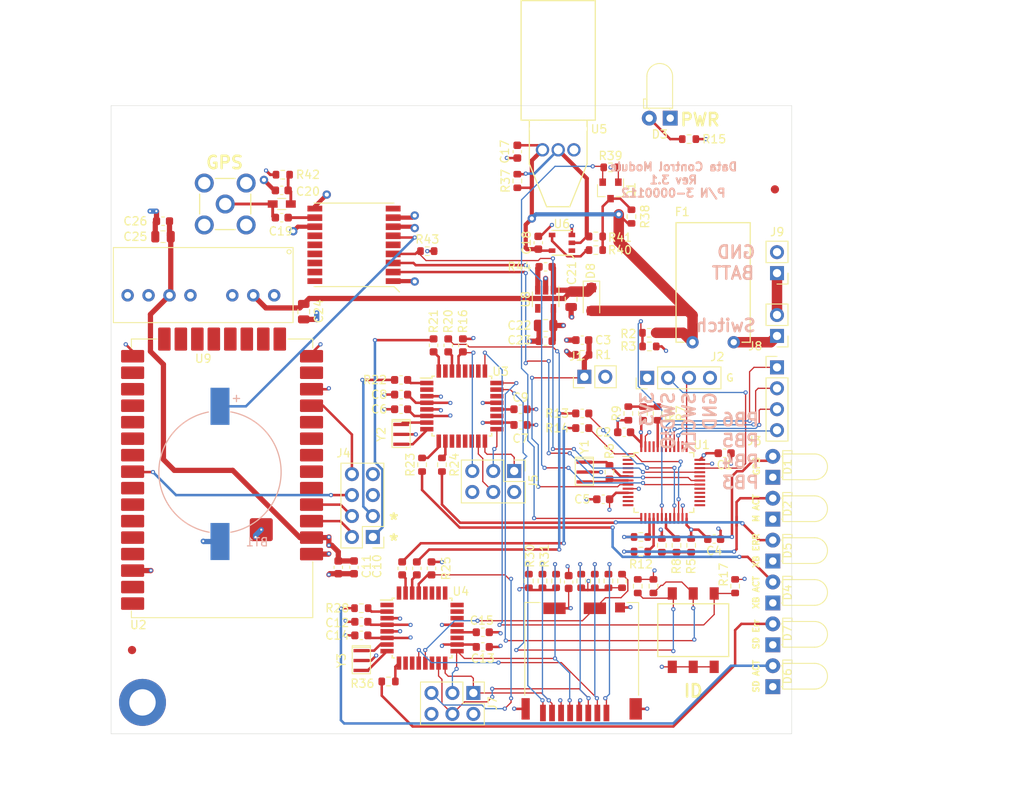
<source format=kicad_pcb>
(kicad_pcb (version 20211014) (generator pcbnew)
  (title_block (title "NSSL EFM Data Control PCB") (date "2021-11-22") (rev "3.1") (company "Leeman Geophysical LLC") (comment 1 "(479) 373-3736") (comment 2 "Siloam Springs, AR 72761") (comment 3 "850 South Lincoln St."))
  (layers (0 "F.Cu" signal) (1 "In1.Cu" signal) (2 "In2.Cu" signal) (31 "B.Cu" signal) (34 "B.Paste" user) (35 "F.Paste" user) (36 "B.SilkS" user "B.Silkscreen") (37 "F.SilkS" user "F.Silkscreen") (38 "B.Mask" user) (39 "F.Mask" user) (44 "Edge.Cuts" user))
  (net 0 "")
  (net 1 "GND")
  (net 2 "Net-(BT1-Pad1)")
  (net 3 "/Reset")
  (net 4 "+3V3")
  (net 5 "+BATT")
  (net 6 "Net-(F1-Pad2)")
  (net 7 "/SWDIO")
  (net 8 "/SWCLK")
  (net 9 "Net-(J3-Pad4)")
  (net 10 "Net-(J3-Pad3)")
  (net 11 "Net-(J3-Pad2)")
  (net 12 "Net-(J3-Pad1)")
  (net 13 "Net-(J6-Pad1)")
  (net 14 "/Boot0")
  (net 15 "/Boot1")
  (net 16 "/VBat_Sense")
  (net 17 "Fiber_Serial_In")
  (net 18 "GPS_PPS")
  (net 19 "RX_from_GPS")
  (net 20 "TX_to_GPS")
  (net 21 "Net-(R22-Pad2)")
  (net 22 "Net-(R23-Pad2)")
  (net 23 "Net-(R24-Pad2)")
  (net 24 "Net-(R26-Pad2)")
  (net 25 "Net-(Q1-Pad3)")
  (net 26 "Net-(C9-Pad1)")
  (net 27 "Net-(C15-Pad1)")
  (net 28 "Net-(C19-Pad2)")
  (net 29 "Net-(C20-Pad2)")
  (net 30 "Net-(C21-Pad1)")
  (net 31 "Net-(D1-Pad2)")
  (net 32 "Net-(D2-Pad2)")
  (net 33 "Net-(D3-Pad2)")
  (net 34 "Net-(D4-Pad2)")
  (net 35 "Net-(D5-Pad2)")
  (net 36 "Net-(D6-Pad2)")
  (net 37 "Net-(D7-Pad2)")
  (net 38 "RX_FROM_RADIO")
  (net 39 "Net-(J4-Pad2)")
  (net 40 "TX_TO_RADIO")
  (net 41 "Net-(J4-Pad4)")
  (net 42 "Net-(J4-Pad6)")
  (net 43 "Net-(J4-Pad8)")
  (net 44 "/radio/XBEE_uC_MISO")
  (net 45 "/radio/XBEE_uC_SCK")
  (net 46 "/radio/XBEE_uC_RESET")
  (net 47 "/radio/XBEE_uC_MOSI")
  (net 48 "Net-(J6-Pad8)")
  (net 49 "/SD/SD_uC_MISO")
  (net 50 "/SD/SD_uC_SCK")
  (net 51 "/SD/SD_uC_MOSI")
  (net 52 "/SD/SD_uC_CS")
  (net 53 "/SD/SD_uC_CD")
  (net 54 "/SD/SD_uC_RESET")
  (net 55 "Net-(J8-Pad2)")
  (net 56 "Net-(R4-Pad1)")
  (net 57 "Net-(R10-Pad2)")
  (net 58 "Net-(R6-Pad1)")
  (net 59 "Net-(R6-Pad2)")
  (net 60 "Net-(R11-Pad2)")
  (net 61 "Net-(R12-Pad2)")
  (net 62 "Net-(R13-Pad1)")
  (net 63 "RX_FROM_STM")
  (net 64 "Net-(R14-Pad1)")
  (net 65 "TX_TO_STM")
  (net 66 "Net-(R17-Pad2)")
  (net 67 "Net-(R20-Pad2)")
  (net 68 "Net-(R21-Pad2)")
  (net 69 "Net-(R27-Pad2)")
  (net 70 "Net-(R28-Pad2)")
  (net 71 "Net-(R36-Pad2)")
  (net 72 "Net-(R37-Pad2)")
  (net 73 "Net-(R40-Pad2)")
  (net 74 "Net-(R44-Pad2)")
  (net 75 "Net-(U4-Pad8)")
  (net 76 "Net-(U4-Pad7)")
  (net 77 "3V3_XBEE")
  (net 78 "Net-(AE1-Pad1)")
  (net 79 "Net-(R18-Pad2)")
  (net 80 "Net-(R19-Pad2)")
  (net 81 "Net-(U3-Pad7)")
  (net 82 "Net-(U3-Pad8)")
  (net 83 "Net-(J4-Pad5)")
  (net 84 "Net-(J4-Pad7)")
  (net 85 "Net-(U1-Pad46)")
  (net 86 "Net-(U1-Pad45)")
  (net 87 "Net-(U1-Pad43)")
  (net 88 "Net-(U1-Pad38)")
  (net 89 "Net-(U1-Pad32)")
  (net 90 "Net-(U1-Pad29)")
  (net 91 "Net-(U1-Pad28)")
  (net 92 "Net-(U1-Pad27)")
  (net 93 "Net-(U1-Pad26)")
  (net 94 "Net-(U1-Pad25)")
  (net 95 "Net-(U1-Pad20)")
  (net 96 "Net-(U1-Pad17)")
  (net 97 "Net-(U1-Pad14)")
  (net 98 "/Unused_Fiber_Ser_TX")
  (net 99 "Net-(U1-Pad11)")
  (net 100 "Net-(U1-Pad10)")
  (net 101 "Net-(U1-Pad4)")
  (net 102 "Net-(U1-Pad3)")
  (net 103 "Net-(U1-Pad2)")
  (net 104 "Net-(U1-Pad1)")
  (net 105 "Net-(U2-Pad5)")
  (net 106 "Net-(U2-Pad6)")
  (net 107 "Net-(U2-Pad7)")
  (net 108 "Net-(U2-Pad8)")
  (net 109 "Net-(U2-Pad9)")
  (net 110 "Net-(U2-Pad12)")
  (net 111 "Net-(U2-Pad23)")
  (net 112 "Net-(U2-Pad24)")
  (net 113 "Net-(U2-Pad25)")
  (net 114 "Net-(U2-Pad26)")
  (net 115 "Net-(U2-Pad27)")
  (net 116 "Net-(U2-Pad28)")
  (net 117 "Net-(U2-Pad30)")
  (net 118 "Net-(U2-Pad31)")
  (net 119 "Net-(U2-Pad32)")
  (net 120 "Net-(U2-Pad33)")
  (net 121 "Net-(U2-Pad34)")
  (net 122 "Net-(U2-Pad36)")
  (net 123 "Net-(U2-Pad37)")
  (net 124 "Net-(U2-Pad14)")
  (net 125 "Net-(U2-Pad15)")
  (net 126 "Net-(U2-Pad16)")
  (net 127 "Net-(U2-Pad17)")
  (net 128 "Net-(U2-Pad18)")
  (net 129 "Net-(U2-Pad19)")
  (net 130 "Net-(U2-Pad20)")
  (net 131 "Net-(U2-Pad21)")
  (net 132 "Net-(U3-Pad2)")
  (net 133 "Net-(U3-Pad11)")
  (net 134 "Net-(U3-Pad12)")
  (net 135 "Net-(U3-Pad13)")
  (net 136 "Net-(U3-Pad14)")
  (net 137 "Net-(U3-Pad19)")
  (net 138 "Net-(U3-Pad22)")
  (net 139 "Net-(U3-Pad26)")
  (net 140 "Net-(U3-Pad27)")
  (net 141 "Net-(U3-Pad28)")
  (net 142 "Net-(U3-Pad31)")
  (net 143 "Net-(U4-Pad32)")
  (net 144 "Net-(U4-Pad28)")
  (net 145 "Net-(U4-Pad27)")
  (net 146 "Net-(U4-Pad26)")
  (net 147 "Net-(U4-Pad25)")
  (net 148 "Net-(U4-Pad24)")
  (net 149 "Net-(U4-Pad23)")
  (net 150 "Net-(U4-Pad22)")
  (net 151 "Net-(U4-Pad19)")
  (net 152 "Net-(U4-Pad14)")
  (net 153 "Net-(U4-Pad11)")
  (net 154 "Net-(U4-Pad10)")
  (net 155 "Net-(U4-Pad1)")
  (net 156 "Net-(U6-Pad1)")
  (net 157 "Net-(U7-Pad5)")
  (net 158 "Net-(U7-Pad9)")
  (net 159 "Net-(U7-Pad13)")
  (net 160 "Net-(U7-Pad14)")
  (net 161 "Net-(U7-Pad15)")
  (net 162 "Net-(U7-Pad16)")
  (net 163 "Net-(U7-Pad17)")
  (net 164 "Net-(U7-Pad18)")
  (net 165 "Net-(U8-Pad4)")
  (net 166 "Net-(U9-Pad3)")
  (net 167 "Net-(U9-Pad5)")
  (net 168 "Net-(U9-Pad8)")
  (footprint "lib_fp:SMA" (layer "F.Cu") (at 87.503 108.458 180)
    (fp_text reference "AE1" hide)
    (fp_text value "Antenna_Shield")
  )
  (footprint "lib_fp:RGEF250" (layer "F.Cu") (at 146.685 125.222)
    (fp_text reference "F1")
    (fp_text value "Polyfuse")
  )
  (footprint "Pin_Headers:Pin_Header_Straight_1x02_Pitch2.54mm" (layer "F.Cu") (at 131.064 129.413 90)
    (fp_text reference "J1")
    (fp_text value "Conn_01x02")
  )
  (footprint "Pin_Headers:Pin_Header_Straight_1x04_Pitch2.54mm" (layer "F.Cu") (at 138.684 129.54 90)
    (fp_text reference "J2")
    (fp_text value "ISP")
  )
  (footprint "Pin_Headers:Pin_Header_Straight_1x04_Pitch2.54mm" (layer "F.Cu") (at 154.432 128.27)
    (fp_text reference "J3")
    (fp_text value "Spare")
  )
  (footprint "lib_fp:HRS_DM3CS-SF" (layer "F.Cu") (at 130.542001 163.845001)
    (fp_text reference "J6" hide)
    (fp_text value "Micro_SD_Card_Det" hide)
  )
  (footprint "Resistors_SMD:R_0603_HandSoldering" (layer "F.Cu") (at 94.361 108.458)
    (fp_text reference "L1" hide)
    (fp_text value "27nH")
  )
  (footprint "Housings_QFP:LQFP-48_7x7mm_Pitch0.5mm" (layer "F.Cu") (at 140.716 142.24)
    (fp_text reference "U1")
    (fp_text value "STM32F103CBT6")
  )
  (footprint "lib_fp:IF-D96F" (layer "F.Cu") (at 127.892001 101.887001)
    (fp_text reference "U5")
    (fp_text value "IF-D96F")
  )
  (footprint "lib_fp:SOT753" (layer "F.Cu") (at 128.35 113.164001)
    (fp_text reference "U6")
    (fp_text value "TC4S584F")
  )
  (footprint "lib_fp:XCVR_MAX-M8C-0-10" (layer "F.Cu") (at 103.124 113.411 180)
    (fp_text reference "U7" hide)
    (fp_text value "MAX-M8C" hide)
  )
  (footprint "Mounting_Holes:MountingHole_3.2mm_M3_ISO7380" (layer "F.Cu") (at 77.47 100.33)
    (fp_text reference "H1" hide)
    (fp_text value "MountingHole")
  )
  (footprint "Mounting_Holes:MountingHole_3.2mm_M3_ISO7380_Pad" (layer "F.Cu") (at 77.47 168.91)
    (fp_text reference "H4" hide)
    (fp_text value "MountingHole")
  )
  (footprint "Mounting_Holes:MountingHole_3.2mm_M3_ISO7380" (layer "F.Cu") (at 152.4 100.33)
    (fp_text reference "H2" hide)
    (fp_text value "MountingHole")
  )
  (footprint "Mounting_Holes:MountingHole_3.2mm_M3_ISO7380" (layer "F.Cu") (at 149.479 168.91)
    (fp_text reference "H3" hide)
    (fp_text value "MountingHole")
  )
  (footprint "lib_fp:KAE03TGGR" (layer "F.Cu") (at 144.272 160.147)
    (fp_text reference "SW1" hide)
    (fp_text value "ID Select")
  )
  (footprint "TO_SOT_Packages_SMD:SOT-23" (layer "F.Cu") (at 134.239 106.807 -90)
    (fp_text reference "Q1")
    (fp_text value "BSS138")
  )
  (footprint "capacitors_0603:1-0000007" (layer "F.Cu") (at 108.839 133.35 180)
    (fp_text reference "C6")
    (fp_text value "1-0000007")
  )
  (footprint "capacitors_0603:1-0000007" (layer "F.Cu") (at 123.317 135.255)
    (fp_text reference "C7")
    (fp_text value "1-0000007")
  )
  (footprint "capacitors_0603:1-0000007" (layer "F.Cu") (at 108.839 131.572 180)
    (fp_text reference "C8")
    (fp_text value "1-0000007")
  )
  (footprint "capacitors_0603:1-0000007" (layer "F.Cu") (at 123.317 133.35)
    (fp_text reference "C9")
    (fp_text value "1-0000007")
  )
  (footprint "capacitors_0603:1-0000007" (layer "F.Cu") (at 104.013 159.131 180)
    (fp_text reference "C12")
    (fp_text value "1-0000007")
  )
  (footprint "capacitors_0603:1-0000007" (layer "F.Cu") (at 118.745 162.179)
    (fp_text reference "C13")
    (fp_text value "1-0000007")
  )
  (footprint "capacitors_0603:1-0000007" (layer "F.Cu") (at 104.013 160.782 180)
    (fp_text reference "C14")
    (fp_text value "1-0000007")
  )
  (footprint "capacitors_0603:1-0000007" (layer "F.Cu") (at 118.745 160.401)
    (fp_text reference "C15")
    (fp_text value "1-0000007")
  )
  (footprint "capacitors_0805:1-0000075" (layer "F.Cu") (at 129.4638 120.015 -90)
    (fp_text reference "C21")
    (fp_text value "1-0000075")
  )
  (footprint "capacitors_0805:1-0000075" (layer "F.Cu") (at 126.365 123.19 180)
    (fp_text reference "C22")
    (fp_text value "1-0000075")
  )
  (footprint "capacitors_0603:1-0000018" (layer "F.Cu") (at 126.365 125.095 180)
    (fp_text reference "C23")
    (fp_text value "1-0000018")
  )
  (footprint "Diode_SMD:D_SOD-123F" (layer "F.Cu") (at 131.9276 120.015 -90)
    (fp_text reference "D8")
    (fp_text value "D_Schottky")
  )
  (footprint "Connector_PinHeader_2.54mm:PinHeader_2x03_P2.54mm_Vertical" (layer "F.Cu") (at 122.555 140.843 -90)
    (fp_text reference "J5")
    (fp_text value "XBee_uC_ISP")
  )
  (footprint "Connector_PinHeader_2.54mm:PinHeader_2x03_P2.54mm_Vertical" (layer "F.Cu") (at 117.602 167.767 -90)
    (fp_text reference "J7")
    (fp_text value "SD_uC_ISP")
  )
  (footprint "Resistor_SMD:R_0603_1608Metric" (layer "F.Cu") (at 137.922 148.844)
    (fp_text reference "R11" hide)
    (fp_text value "150")
  )
  (footprint "resistors_0603:1-0000006" (layer "F.Cu") (at 130.81 133.858 180)
    (fp_text reference "R13")
    (fp_text value "1-0000006")
  )
  (footprint "resistors_0603:1-0000006" (layer "F.Cu") (at 130.81 135.636 180)
    (fp_text reference "R14")
    (fp_text value "1-0000006")
  )
  (footprint "Resistor_SMD:R_0603_1608Metric" (layer "F.Cu") (at 143.764 100.584)
    (fp_text reference "R15")
    (fp_text value "150")
  )
  (footprint "resistors_0603:1-0000010" (layer "F.Cu") (at 116.332 125.603 -90)
    (fp_text reference "R16")
    (fp_text value "1-0000010")
  )
  (footprint "resistors_0603:1-0000006" (layer "F.Cu") (at 114.554 125.603 -90)
    (fp_text reference "R20")
    (fp_text value "1-0000006")
  )
  (footprint "resistors_0603:1-0000006" (layer "F.Cu") (at 112.776 125.603 -90)
    (fp_text reference "R21")
    (fp_text value "1-0000006")
  )
  (footprint "resistors_0603:1-0000006" (layer "F.Cu") (at 108.839 129.794)
    (fp_text reference "R22")
    (fp_text value "1-0000006")
  )
  (footprint "Resistor_SMD:R_0603_1608Metric" (layer "F.Cu") (at 111.379 140.081 90)
    (fp_text reference "R23")
    (fp_text value "150")
  )
  (footprint "Resistor_SMD:R_0603_1608Metric" (layer "F.Cu") (at 113.792 140.081 90)
    (fp_text reference "R24")
    (fp_text value "150")
  )
  (footprint "resistors_0603:1-0000010" (layer "F.Cu") (at 112.522 152.654 -90)
    (fp_text reference "R25")
    (fp_text value "1-0000010")
  )
  (footprint "resistors_0603:1-0000006" (layer "F.Cu") (at 110.744 152.654 -90)
    (fp_text reference "R26" hide)
    (fp_text value "1-0000006")
  )
  (footprint "resistors_0603:1-0000006" (layer "F.Cu") (at 108.966 152.654 -90)
    (fp_text reference "R27" hide)
    (fp_text value "1-0000006")
  )
  (footprint "Resistor_SMD:R_0603_1608Metric" (layer "F.Cu") (at 104.013 157.48)
    (fp_text reference "R28")
    (fp_text value "150")
  )
  (footprint "Resistor_SMD:R_0603_1608Metric" (layer "F.Cu") (at 107.315 166.37)
    (fp_text reference "R36")
    (fp_text value "150")
  )
  (footprint "resistors_0603:1-0000174" (layer "F.Cu") (at 126.365 116.078 180)
    (fp_text reference "R44")
    (fp_text value "1-0000174")
  )
  (footprint "Package_QFP:TQFP-32_7x7mm_P0.8mm" (layer "F.Cu") (at 116.205 132.969)
    (fp_text reference "U3")
    (fp_text value "ATmega328P-AU")
  )
  (footprint "Package_QFP:TQFP-32_7x7mm_P0.8mm" (layer "F.Cu") (at 111.379 159.893)
    (fp_text reference "U4")
    (fp_text value "ATmega328P-AU")
  )
  (footprint "Package_TO_SOT_SMD:SOT-23-5" (layer "F.Cu") (at 126.365 120.015 -90)
    (fp_text reference "U8")
    (fp_text value "SPX3819M5-L-3-3")
  )
  (footprint "lib_fp:Resonator" (layer "F.Cu") (at 131.064 140.97 -90)
    (fp_text reference "Y1")
    (fp_text value "8MHz")
  )
  (footprint "lib_fp:Resonator" (layer "F.Cu") (at 108.839 136.398 -90)
    (fp_text reference "Y2")
    (fp_text value "8MHz")
  )
  (footprint "lib_fp:Resonator" (layer "F.Cu") (at 104.013 163.83 -90)
    (fp_text reference "Y3")
    (fp_text value "8MHz")
  )
  (footprint "capacitors_0805:1-0000075" (layer "F.Cu") (at 97.028 121.5136 -90)
    (fp_text reference "C24")
    (fp_text value "1-0000075")
  )
  (footprint "capacitors_0805:1-0000075" (layer "F.Cu") (at 79.9592 112.4204 180)
    (fp_text reference "C25")
    (fp_text value "1-0000075")
  )
  (footprint "capacitors_0603:1-0000018" (layer "F.Cu") (at 79.9592 110.5408 180)
    (fp_text reference "C26")
    (fp_text value "1-0000018")
  )
  (footprint "Capacitor_SMD:C_0603_1608Metric" (layer "F.Cu") (at 148.082 138.684 180)
    (fp_text reference "C1")
    (fp_text value "0.1u")
  )
  (footprint "Capacitor_SMD:C_0603_1608Metric" (layer "F.Cu") (at 135.89 136.144)
    (fp_text reference "C2")
    (fp_text value "0.1u")
  )
  (footprint "Capacitor_SMD:C_0603_1608Metric" (layer "F.Cu") (at 130.81 124.968 180)
    (fp_text reference "C3")
    (fp_text value "1u")
  )
  (footprint "Capacitor_SMD:C_0603_1608Metric" (layer "F.Cu") (at 146.812 149.098 180)
    (fp_text reference "C4")
    (fp_text value "0.1u")
  )
  (footprint "Capacitor_SMD:C_0603_1608Metric" (layer "F.Cu") (at 133.35 144.272)
    (fp_text reference "C5")
    (fp_text value "0.1u")
  )
  (footprint "Capacitor_SMD:C_0603_1608Metric" (layer "F.Cu") (at 103.124 152.527 -90)
    (fp_text reference "C10")
    (fp_text value "10u")
  )
  (footprint "Capacitor_SMD:C_0603_1608Metric" (layer "F.Cu") (at 101.219 152.527 -90)
    (fp_text reference "C11")
    (fp_text value "1u")
  )
  (footprint "Capacitor_SMD:C_0603_1608Metric" (layer "F.Cu") (at 129.159 154.305 90)
    (fp_text reference "C16" hide)
    (fp_text value "0.1u")
  )
  (footprint "Capacitor_SMD:C_0603_1608Metric" (layer "F.Cu") (at 122.936 102.108 -90)
    (fp_text reference "C17")
    (fp_text value "0.1u")
  )
  (footprint "Capacitor_SMD:C_0603_1608Metric" (layer "F.Cu") (at 125.476 113.157 90)
    (fp_text reference "C18")
    (fp_text value "0.1u")
  )
  (footprint "Capacitor_SMD:C_0603_1608Metric" (layer "F.Cu") (at 94.361 110.109)
    (fp_text reference "C19")
    (fp_text value "47pF")
  )
  (footprint "Capacitor_SMD:C_0603_1608Metric" (layer "F.Cu") (at 94.361 106.807)
    (fp_text reference "C20")
    (fp_text value "10nF")
  )
  (footprint "Fiducial:Fiducial_1mm_Mask2mm" (layer "F.Cu") (at 154.178 106.68)
    (fp_text reference "FID1" hide)
    (fp_text value "Fiducial")
  )
  (footprint "Fiducial:Fiducial_1mm_Mask2mm" (layer "F.Cu") (at 76.2 162.56)
    (fp_text reference "FID2" hide)
    (fp_text value "Fiducial")
  )
  (footprint "Connector_PinHeader_2.54mm:PinHeader_1x02_P2.54mm_Vertical" (layer "F.Cu") (at 154.432 124.46 180)
    (fp_text reference "J8")
    (fp_text value "External Switch")
  )
  (footprint "Connector_PinHeader_2.54mm:PinHeader_1x02_P2.54mm_Vertical" (layer "F.Cu") (at 154.432 116.84 180)
    (fp_text reference "J9")
    (fp_text value "Battery")
  )
  (footprint "Resistor_SMD:R_0603_1608Metric" (layer "F.Cu") (at 130.81 126.746)
    (fp_text reference "R1")
    (fp_text value "10k")
  )
  (footprint "Resistor_SMD:R_0603_1608Metric" (layer "F.Cu") (at 138.938 124.079 180)
    (fp_text reference "R2")
    (fp_text value "18k")
  )
  (footprint "Resistor_SMD:R_0603_1608Metric" (layer "F.Cu") (at 138.954001 125.734001)
    (fp_text reference "R3")
    (fp_text value "10k")
  )
  (footprint "Resistor_SMD:R_0603_1608Metric" (layer "F.Cu") (at 138.176 133.858 -90)
    (fp_text reference "R4")
    (fp_text value "NP")
  )
  (footprint "Resistor_SMD:R_0603_1608Metric" (layer "F.Cu") (at 144.018 149.86 90)
    (fp_text reference "R5")
    (fp_text value "NP")
  )
  (footprint "Resistor_SMD:R_0603_1608Metric" (layer "F.Cu") (at 134.112 140.97 -90)
    (fp_text reference "R6")
    (fp_text value "1M")
  )
  (footprint "Resistor_SMD:R_0603_1608Metric" (layer "F.Cu") (at 139.954 133.858 -90)
    (fp_text reference "R7")
    (fp_text value "100k")
  )
  (footprint "Resistor_SMD:R_0603_1608Metric" (layer "F.Cu") (at 142.24 149.86 90)
    (fp_text reference "R8")
    (fp_text value "100k")
  )
  (footprint "Resistor_SMD:R_0603_1608Metric" (layer "F.Cu") (at 136.398 133.858 90)
    (fp_text reference "R9")
    (fp_text value "0R0")
  )
  (footprint "Resistor_SMD:R_0603_1608Metric" (layer "F.Cu") (at 140.462 149.86 -90)
    (fp_text reference "R10" hide)
    (fp_text value "0R0")
  )
  (footprint "Resistor_SMD:R_0603_1608Metric" (layer "F.Cu") (at 149.352 154.813 -90)
    (fp_text reference "R17")
    (fp_text value "10k")
  )
  (footprint "Resistor_SMD:R_0603_1608Metric" (layer "F.Cu") (at 139.446 154.813 -90)
    (fp_text reference "R18" hide)
    (fp_text value "10k")
  )
  (footprint "Resistor_SMD:R_0603_1608Metric" (layer "F.Cu") (at 137.541 154.813 -90)
    (fp_text reference "R19" hide)
    (fp_text value "10k")
  )
  (footprint "Resistor_SMD:R_0603_1608Metric" (layer "F.Cu") (at 135.636 154.178 90)
    (fp_text reference "R29" hide)
    (fp_text value "100k")
  )
  (footprint "Resistor_SMD:R_0603_1608Metric" (layer "F.Cu") (at 124.333 154.178 90)
    (fp_text reference "R30")
    (fp_text value "100k")
  )
  (footprint "Resistor_SMD:R_0603_1608Metric" (layer "F.Cu") (at 125.984 154.178 90)
    (fp_text reference "R31")
    (fp_text value "100k")
  )
  (footprint "Resistor_SMD:R_0603_1608Metric" (layer "F.Cu") (at 127.635 154.178 90)
    (fp_text reference "R32" hide)
    (fp_text value "NP")
  )
  (footprint "Resistor_SMD:R_0603_1608Metric" (layer "F.Cu") (at 130.683 154.178 90)
    (fp_text reference "R33" hide)
    (fp_text value "100k")
  )
  (footprint "Resistor_SMD:R_0603_1608Metric" (layer "F.Cu") (at 132.334 154.178 90)
    (fp_text reference "R34" hide)
    (fp_text value "100k")
  )
  (footprint "Resistor_SMD:R_0603_1608Metric" (layer "F.Cu") (at 133.985 154.178 90)
    (fp_text reference "R35" hide)
    (fp_text value "100k")
  )
  (footprint "Resistor_SMD:R_0603_1608Metric" (layer "F.Cu") (at 122.936 105.664 90)
    (fp_text reference "R37")
    (fp_text value "10k")
  )
  (footprint "Resistor_SMD:R_0603_1608Metric" (layer "F.Cu") (at 136.779 109.982 90)
    (fp_text reference "R38")
    (fp_text value "10k")
  )
  (footprint "Resistor_SMD:R_0603_1608Metric" (layer "F.Cu") (at 134.239 104.013 180)
    (fp_text reference "R39")
    (fp_text value "10k")
  )
  (footprint "Resistor_SMD:R_0603_1608Metric" (layer "F.Cu") (at 132.461 114.046 180)
    (fp_text reference "R40")
    (fp_text value "0R0")
  )
  (footprint "Resistor_SMD:R_0603_1608Metric" (layer "F.Cu") (at 132.461 112.395 180)
    (fp_text reference "R41")
    (fp_text value "NP")
  )
  (footprint "Resistor_SMD:R_0603_1608Metric" (layer "F.Cu") (at 94.488 104.902)
    (fp_text reference "R42")
    (fp_text value "1-0000678")
  )
  (footprint "Resistor_SMD:R_0603_1608Metric" (layer "F.Cu") (at 112.014 114.173)
    (fp_text reference "R43")
    (fp_text value "NP")
  )
  (footprint "Resistor_SMD:R_0603_1608Metric" (layer "F.Cu") (at 137.922 150.622)
    (fp_text reference "R12")
    (fp_text value "150")
  )
  (footprint "Connector_PinHeader_2.54mm:PinHeader_2x04_P2.54mm_Vertical" (layer "F.Cu") (at 105.41 148.844 180)
    (fp_text reference "J4")
    (fp_text value "XBee ISP")
  )
  (footprint "lib_fp:XTend" (layer "F.Cu") (at 87.122 141.732 180)
    (fp_text reference "U2")
    (fp_text value "XTend")
  )
  (footprint "lib_fp:barepcb" (layer "F.Cu") (at 180.848 160.528)
    (fp_text reference "PCB1")
    (fp_text value "barepcb")
  )
  (footprint "LED_THT:LED_D3.0mm_Horizontal_O1.27mm_Z2.0mm_Clear" (layer "F.Cu") (at 153.924 141.605 90)
    (fp_text reference "D1")
    (fp_text value "GPS")
  )
  (footprint "LED_THT:LED_D3.0mm_Horizontal_O1.27mm_Z2.0mm_Clear" (layer "F.Cu") (at 153.924 146.685 90)
    (fp_text reference "D2")
    (fp_text value "ACT")
  )
  (footprint "LED_THT:LED_D3.0mm_Horizontal_O1.27mm_Z2.0mm_Clear" (layer "F.Cu") (at 141.478 98.044 180)
    (fp_text reference "D3")
    (fp_text value "Power")
  )
  (footprint "LED_THT:LED_D3.0mm_Horizontal_O1.27mm_Z2.0mm_Clear" (layer "F.Cu") (at 153.924 156.845 90)
    (fp_text reference "D4")
    (fp_text value "Activity")
  )
  (footprint "LED_THT:LED_D3.0mm_Horizontal_O1.27mm_Z2.0mm_Clear" (layer "F.Cu") (at 153.924 151.765 90)
    (fp_text reference "D5")
    (fp_text value "Error")
  )
  (footprint "LED_THT:LED_D3.0mm_Horizontal_O1.27mm_Z2.0mm_Clear" (layer "F.Cu") (at 153.924 167.005 90)
    (fp_text reference "D6")
    (fp_text value "Activity")
  )
  (footprint "LED_THT:LED_D3.0mm_Horizontal_O1.27mm_Z2.0mm_Clear" (layer "F.Cu") (at 153.924 161.925 90)
    (fp_text reference "D7")
    (fp_text value "Error")
  )
  (footprint "dc_dc_converters:1-0000946" (layer "F.Cu") (at 84.836 119.5832 180)
    (fp_text reference "U9")
    (fp_text value "1-0000946")
  )
  (footprint "lib_fp:S8411-45R" (layer "B.Cu") (at 86.868 140.97)
    (fp_text reference "BT1")
    (fp_text value "CR1220")
  )
  (gr_line (start 73.66 172.72) (end 73.66 96.52) (layer "Edge.Cuts") (width 0.05))
  (gr_line (start 156.21 172.72) (end 73.66 172.72) (layer "Edge.Cuts") (width 0.05))
  (gr_line (start 73.66 96.52) (end 156.21 96.52) (layer "Edge.Cuts") (width 0.05))
  (gr_line (start 156.21 96.52) (end 156.21 172.72) (layer "Edge.Cuts") (width 0.05))
  (gr_text "PB5" (at 149.987 137.16) (layer "B.SilkS") (effects (font (size 1.5 1.5) (thickness 0.3)) (justify mirror)))
  (gr_text "PB4" (at 149.987 139.7) (layer "B.SilkS") (effects (font (size 1.5 1.5) (thickness 0.3)) (justify mirror)))
  (gr_text "PB3" (at 149.987 142.24) (layer "B.SilkS") (effects (font (size 1.5 1.5) (thickness 0.3)) (justify mirror)))
  (gr_text "3V3" (at 138.684 133.35 90) (layer "B.SilkS") (effects (font (size 1.5 1.5) (thickness 0.3)) (justify mirror)))
  (gr_text "SWDIO" (at 141.224 134.747 90) (layer "B.SilkS") (effects (font (size 1.5 1.5) (thickness 0.3)) (justify mirror)))
  (gr_text "SWCLK" (at 143.764 135.001 90) (layer "B.SilkS") (effects (font (size 1.5 1.5) (thickness 0.3)) (justify mirror)))
  (gr_text "GND" (at 146.304 133.604 90) (layer "B.SilkS") (effects (font (size 1.5 1.5) (thickness 0.3)) (justify mirror)))
  (gr_text "GND" (at 149.479 114.3) (layer "B.SilkS") (effects (font (size 1.5 1.5) (thickness 0.3)) (justify mirror)))
  (gr_text "BATT" (at 149.098 116.84) (layer "B.SilkS") (effects (font (size 1.5 1.5) (thickness 0.3)) (justify mirror)))
  (gr_text "Switch" (at 148.209 123.19) (layer "B.SilkS") (effects (font (size 1.5 1.5) (thickness 0.3)) (justify mirror)))
  (gr_text "Data Control Module\nRev 3.1\nP/N 3-0000112" (at 141.859 105.537) (layer "B.SilkS") (effects (font (size 0.9906 0.9906) (thickness 0.24765)) (justify mirror)))
  (gr_text "PB6" (at 149.987 134.62) (layer "B.SilkS") (effects (font (size 1.5 1.5) (thickness 0.3)) (justify mirror)))
  (gr_text "GPS" (at 87.4268 103.4288) (layer "F.SilkS") (effects (font (size 1.5 1.5) (thickness 0.3))))
  (gr_text "ID" (at 144.272 167.513) (layer "F.SilkS") (effects (font (size 1.5 1.5) (thickness 0.3))))
  (gr_text "SD Err" (at 151.892 160.655 90) (layer "F.SilkS") (effects (font (size 0.7366 0.7366) (thickness 0.18415))))
  (gr_text "*" (at 107.95 149.352) (layer "F.SilkS") (effects (font (size 1.5 1.5) (thickness 0.3))))
  (gr_text "*" (at 107.95 146.812) (layer "F.SilkS") (effects (font (size 1.5 1.5) (thickness 0.3))))
  (gr_text "XB ACT" (at 151.892 155.575 90) (layer "F.SilkS") (effects (font (size 0.7366 0.7366) (thickness 0.18415))))
  (gr_text "XB ERR" (at 151.892 150.495 90) (layer "F.SilkS") (effects (font (size 0.7366 0.7366) (thickness 0.18415))))
  (gr_text "M ACT" (at 151.892 145.3515 90) (layer "F.SilkS") (effects (font (size 0.7366 0.7366) (thickness 0.18415))))
  (gr_text "GPS" (at 151.9555 140.2715 90) (layer "F.SilkS") (effects (font (size 0.7366 0.7366) (thickness 0.18415))))
  (gr_text "SD ACT" (at 151.892 165.735 90) (layer "F.SilkS") (effects (font (size 0.7366 0.7366) (thickness 0.18415))))
  (gr_text "G" (at 148.717 129.54) (layer "F.SilkS") (effects (font (size 0.889 0.889) (thickness 0.15875))))
  (gr_text "PWR" (at 145.0975 98.2345) (layer "F.SilkS") (effects (font (size 1.5 1.5) (thickness 0.3))))
  (segment (start 76.272 152.922) (end 78.472 152.922) (width 0.635) (layer "F.Cu") (net 1))
  (segment (start 135.115 136.144) (end 135.115 134.633) (width 0.3048) (layer "F.Cu") (net 1))
  (segment (start 125.5775 125.095) (end 124.46 125.095) (width 0.635) (layer "F.Cu") (net 1))
  (segment (start 148.857 138.684) (end 148.857 139.941) (width 0.3048) (layer "F.Cu") (net 1))
  (segment (start 107.129 158.693) (end 108.655 158.693) (width 0.3048) (layer "F.Cu") (net 1))
  (segment (start 100.19 153.302) (end 100.076 153.416) (width 0.635) (layer "F.Cu") (net 1))
  (segment (start 119.5325 160.401) (end 120.777 160.401) (width 0.3048) (layer "F.Cu") (net 1))
  (segment (start 104.013 163.83) (end 105.201736 163.83) (width 0.3048) (layer "F.Cu") (net 1))
  (segment (start 97.972 126.922) (end 97.972 126.564) (width 0.3048) (layer "F.Cu") (net 1))
  (segment (start 98.374 108.763) (end 99.822 107.315) (width 0.508) (layer "F.Cu") (net 1))
  (segment (start 129.55 111.135) (end 129.54 111.125) (width 0.3048) (layer "F.Cu") (net 1))
  (segment (start 148.857 139.941) (end 148.844 139.954) (width 0.3048) (layer "F.Cu") (net 1))
  (segment (start 98.374 111.211) (end 96.307 111.211) (width 0.508) (layer "F.Cu") (net 1))
  (segment (start 139.779001 125.734001) (end 140.440601 125.734001) (width 0.3048) (layer "F.Cu") (net 1))
  (segment (start 136.398 134.683) (end 135.191 134.683) (width 0.3048) (layer "F.Cu") (net 1))
  (segment (start 146.1096 164.597) (end 144.272 164.597) (width 0.1524) (layer "F.Cu") (net 1))
  (segment (start 140.467 164.597) (end 140.462 164.592) (width 0.1524) (layer "F.Cu") (net 1))
  (segment (start 115.629 159.493) (end 113.811 159.493) (width 0.3048) (layer "F.Cu") (net 1))
  (segment (start 129.4638 120.9525) (end 129.4638 122.0978) (width 0.635) (layer "F.Cu") (net 1))
  (segment (start 97.972 150.922) (end 100.03 150.922) (width 0.635) (layer "F.Cu") (net 1))
  (segment (start 132.575 144.272) (end 131.318 144.272) (width 0.3048) (layer "F.Cu") (net 1))
  (segment (start 125.918 112.207) (end 127.127 110.998) (width 0.3048) (layer "F.Cu") (net 1))
  (segment (start 142.966 145.07) (end 143.002 145.034) (width 0.1524) (layer "F.Cu") (net 1))
  (segment (start 91.877 147.957) (end 91.877 148.153) (width 0.635) (layer "F.Cu") (net 1))
  (segment (start 123.942001 169.695001) (end 122.578001 169.695001) (width 0.3048) (layer "F.Cu") (net 1))
  (segment (start 127.442001 157.495001) (end 129.397999 157.495001) (width 0.3048) (layer "F.Cu") (net 1))
  (segment (start 129.397999 157.495001) (end 129.413 157.48) (width 0.3048) (layer "F.Cu") (net 1))
  (segment (start 126.365 118.915) (end 126.365 117.475) (width 0.635) (layer "F.Cu") (net 1))
  (segment (start 108.0515 133.35) (end 106.807 133.35) (width 0.3048) (layer "F.Cu") (net 1))
  (segment (start 79.1717 109.3469) (end 79.1464 109.3216) (width 0.635) (layer "F.Cu") (net 1))
  (segment (start 107.874 117.811) (end 110.445 117.811) (width 0.508) (layer "F.Cu") (net 1))
  (segment (start 130.035 124.968) (end 128.905 124.968) (width 0.635) (layer "F.Cu") (net 1))
  (segment (start 101.219 153.302) (end 103.124 153.302) (width 0.635) (layer "F.Cu") (net 1))
  (segment (start 99.964 130.922) (end 100.076 130.81) (width 0.3048) (layer "F.Cu") (net 1))
  (segment (start 120.777 160.401) (end 120.904 160.528) (width 0.3048) (layer "F.Cu") (net 1))
  (segment (start 135.115 134.633) (end 135.128 134.62) (width 0.3048) (layer "F.Cu") (net 1))
  (segment (start 98.5751 122.4511) (end 98.6028 122.4788) (width 0.635) (layer "F.Cu") (net 1))
  (segment (start 120.455 132.569) (end 118.764 132.569) (width 0.3048) (layer "F.Cu") (net 1))
  (segment (start 129.4638 122.0978) (end 129.54 122.174) (width 0.635) (layer "F.Cu") (net 1))
  (segment (start 138.660999 169.695001) (end 138.684 169.672) (width 0.3048) (layer "F.Cu") (net 1))
  (segment (start 147.587 148.095) (end 147.32 147.828) (width 0.3048) (layer "F.Cu") (net 1))
  (segment (start 97.972 126.564) (end 99.06 125.476) (width 0.3048) (layer "F.Cu") (net 1))
  (segment (start 113.608 131.769) (end 113.665 131.826) (width 0.3048) (layer "F.Cu") (net 1))
  (segment (start 129.159 155.08) (end 129.159 157.607) (width 0.1524) (layer "F.Cu") (net 1))
  (segment (start 98.374 109.011) (end 98.374 108.763) (width 0.508) (layer "F.Cu") (net 1))
  (segment (start 108.0515 131.572) (end 106.807 131.572) (width 0.3048) (layer "F.Cu") (net 1))
  (segment (start 124.1045 135.255) (end 125.222 135.255) (width 0.3048) (layer "F.Cu") (net 1))
  (segment (start 125.5775 125.095) (end 125.5775 123.34) (width 0.635) (layer "F.Cu") (net 1))
  (segment (start 144.272 164.597) (end 141.732 164.597) (width 0.1524) (layer "F.Cu") (net 1))
  (segment (start 137.292001 169.695001) (end 138.660999 169.695001) (width 0.3048) (layer "F.Cu") (net 1))
  (segment (start 140.462 148.082) (end 140.335 147.955) (width 0.3048) (layer "F.Cu") (net 1))
  (segment (start 111.955 131.769) (end 113.608 131.769) (width 0.3048) (layer "F.Cu") (net 1))
  (segment (start 91.877 148.153) (end 91.186 148.844) (width 0.635) (layer "F.Cu") (net 1))
  (segment (start 100.03 150.922) (end 100.076 150.876) (width 0.635) (layer "F.Cu") (net 1))
  (segment (start 120.777 162.179) (end 120.904 162.052) (width 0.3048) (layer "F.Cu") (net 1))
  (segment (start 93.411 106.746) (end 92.202 105.537) (width 0.508) (layer "F.Cu") (net 1))
  (segment (start 105.201736 163.83) (end 105.813868 163.217868) (width 0.3048) (layer "F.Cu") (net 1))
  (segment (start 122.936 102.883) (end 121.679 102.883) (width 0.3048) (layer "F.Cu") (net 1))
  (segment (start 138.466 136.616) (end 138.938 136.144) (width 0.1524) (layer "F.Cu") (net 1))
  (segment (start 113.811 159.493) (end 113.792 159.512) (width 0.3048) (layer "F.Cu") (net 1))
  (segment (start 128.242001 170.195001) (end 128.242001 168.755001) (width 0.1524) (layer "F.Cu") (net 1))
  (segment (start 110.445 117.811) (end 110.49 117.856) (width 0.508) (layer "F.Cu") (net 1))
  (segment (start 79.0217 112.4204) (end 79.0217 110.6908) (width 0.635) (layer "F.Cu") (net 1))
  (segment (start 131.064 140.97) (end 133.096 140.97) (width 0.3048) (layer "F.Cu") (net 1))
  (segment (start 146.812 164.597) (end 146.1096 164.597) (width 0.1524) (layer "F.Cu") (net 1))
  (segment (start 97.972 130.922) (end 99.964 130.922) (width 0.3048) (layer "F.Cu") (net 1))
  (segment (start 136.366 142.99) (end 137.656 142.99) (width 0.1524) (layer "F.Cu") (net 1))
  (segment (start 107.129 160.293) (end 108.693 160.293) (width 0.3048) (layer "F.Cu") (net 1))
  (segment (start 96.307 111.211) (end 95.758 111.76) (width 0.508) (layer "F.Cu") (net 1))
  (segment (start 102.235 159.131) (end 102.108 159.004) (width 0.3048) (layer "F.Cu") (net 1))
  (segment (start 79.0217 110.6908) (end 79.1717 110.5408) (width 0.635) (layer "F.Cu") (net 1))
  (segment (start 140.440601 125.734001) (end 140.97 126.2634) (width 0.3048) (layer "F.Cu") (net 1))
  (segment (start 113.557 133.369) (end 113.665 133.477) (width 0.3048) (layer "F.Cu") (net 1))
  (segment (start 122.578001 169.695001) (end 122.555 169.672) (width 0.3048) (layer "F.Cu") (net 1))
  (segment (start 129.55 112.214001) (end 129.55 111.135) (width 0.3048) (layer "F.Cu") (net 1))
  (segment (start 108.693 160.293) (end 108.712 160.274) (width 0.3048) (layer "F.Cu") (net 1))
  (segment (start 142.966 146.59) (end 142.966 145.07) (width 0.1524) (layer "F.Cu") (net 1))
  (segment (start 121.679 102.883) (end 121.666 102.87) (width 0.3048) (layer "F.Cu") (net 1))
  (segment (start 111.955 133.369) (end 113.557 133.369) (width 0.3048) (layer "F.Cu") (net 1))
  (segment (start 147.587 149.098) (end 147.587 148.095) (width 0.3048) (layer "F.Cu") (net 1))
  (segment (start 138.466 137.89) (end 138.466 136.616) (width 0.1524) (layer "F.Cu") (net 1))
  (segment (start 78.472 152.922) (end 78.486 152.908) (width 0.635) (layer "F.Cu") (net 1))
  (segment (start 125.5775 123.34) (end 125.4275 123.19) (width 0.635) (layer "F.Cu") (net 1))
  (segment (start 103.2255 159.131) (end 102.235 159.131) (width 0.3048) (layer "F.Cu") (net 1))
  (segment (start 118.764 132.569) (end 118.745 132.588) (width 0.3048) (layer "F.Cu") (net 1))
  (segment (start 136.609999 157.395001) (end 136.652 157.353) (width 0.3048) (layer "F.Cu") (net 1))
  (segment (start 119.5325 162.179) (end 120.777 162.179) (width 0.3048) (layer "F.Cu") (net 1))
  (segment (start 76.272 126.922) (end 76.272 126.31) (width 0.3048) (layer "F.Cu") (net 1))
  (segment (start 76.272 126.31) (end 75.438 125.476) (width 0.3048) (layer "F.Cu") (net 1))
  (segment (start 125.476 112.207) (end 125.918 112.207) (width 0.3048) (layer "F.Cu") (net 1))
  (segment (start 103.2255 160.782) (end 102.108 160.782) (width 0.3048) (layer "F.Cu") (net 1))
  (segment (start 101.219 153.302) (end 100.19 153.302) (width 0.635) (layer "F.Cu") (net 1))
  (segment (start 108.655 158.693) (end 108.712 158.75) (width 0.3048) (layer "F.Cu") (net 1))
  (segment (start 128.242001 168.755001) (end 128.143 168.656) (width 0.1524) (layer "F.Cu") (net 1))
  (segment (start 79.1717 110.5408) (end 79.1717 109.3469) (width 0.635) (layer "F.Cu") (net 1))
  (segment (start 124.1045 133.35) (end 125.222 133.35) (width 0.3048) (layer "F.Cu") (net 1))
  (segment (start 93.411 106.807) (end 93.411 106.746) (width 0.508) (layer "F.Cu") (net 1))
  (segment (start 97.028 122.4511) (end 98.5751 122.4511) (width 0.635) (layer "F.Cu") (net 1))
  (segment (start 135.191 134.683) (end 135.128 134.62) (width 0.3048) (layer "F.Cu") (net 1))
  (segment (start 146.522 139.99) (end 146.558 139.954) (width 0.1524) (layer "F.Cu") (net 1))
  (segment (start 145.066 139.99) (end 146.522 139.99) (width 0.1524) (layer "F.Cu") (net 1))
  (segment (start 135.392001 157.395001) (end 136.609999 157.395001) (width 0.3048) (layer "F.Cu") (net 1))
  (segment (start 108.839 136.398) (end 110.617 136.398) (width 0.3048) (layer "F.Cu") (net 1))
  (segment (start 137.656 142.99) (end 137.668 143.002) (width 0.1524) (layer "F.Cu") (net 1))
  (segment (start 140.462 149.035) (end 140.462 148.082) (width 0.3048) (layer "F.Cu") (net 1))
  (segment (start 141.732 164.597) (end 140.467 164.597) (width 0.1524) (layer "F.Cu") (net 1))
  (via (at 147.32 147.828) (size 0.508) (drill 0.254) (layers "F.Cu" "B.Cu") (net 1))
  (via (at 100.076 130.81) (size 0.508) (drill 0.254) (layers "F.Cu" "B.Cu") (net 1))
  (via (at 148.844 139.954) (size 0.508) (drill 0.254) (layers "F.Cu" "B.Cu") (net 1))
  (via (at 102.108 160.782) (size 0.508) (drill 0.254) (layers "F.Cu" "B.Cu") (net 1))
  (via (at 84.836 149.352) (size 0.508) (drill 0.254) (layers "F.Cu" "B.Cu") (net 1))
  (via (at 129.54 111.125) (size 0.508) (drill 0.254) (layers "F.Cu" "B.Cu") (net 1))
  (via (at 102.108 159.004) (size 0.508) (drill 0.254) (layers "F.Cu" "B.Cu") (net 1))
  (via (at 135.128 134.62) (size 0.508) (drill 0.254) (layers "F.Cu" "B.Cu") (net 1))
  (via (at 122.555 169.672) (size 0.508) (drill 0.254) (layers "F.Cu" "B.Cu") (net 1))
  (via (at 91.877 147.957) (size 0.508) (drill 0.254) (layers "F.Cu" "B.Cu") (net 1))
  (via (at 91.186 148.844) (size 0.508) (drill 0.254) (layers "F.Cu" "B.Cu") (net 1))
  (via (at 100.076 153.416) (size 0.508) (drill 0.254) (layers "F.Cu" "B.Cu") (net 1))
  (via (at 79.1464 109.3216) (size 0.508) (drill 0.254) (layers "F.Cu" "B.Cu") (net 1))
  (via (at 128.905 124.968) (size 0.508) (drill 0.254) (layers "F.Cu" "B.Cu") (net 1))
  (via (at 99.822 107.315) (size 1.016) (drill 0.508) (layers "F.Cu" "B.Cu") (net 1))
  (via (at 98.6028 122.4788) (size 0.508) (drill 0.254) (layers "F.Cu" "B.Cu") (net 1))
  (via (at 120.904 160.528) (size 0.508) (drill 0.254) (layers "F.Cu" "B.Cu") (net 1))
  (via (at 106.807 133.35) (size 0.508) (drill 0.254) (layers "F.Cu" "B.Cu") (net 1))
  (via (at 131.318 144.272) (size 0.508) (drill 0.254) (layers "F.Cu" "B.Cu") (net 1))
  (via (at 129.54 122.174) (size 0.508) (drill 0.254) (layers "F.Cu" "B.Cu") (net 1))
  (via (at 140.97 126.2634) (size 0.508) (drill 0.254) (layers "F.Cu" "B.Cu") (net 1))
  (via (at 126.365 117.475) (size 0.508) (drill 0.254) (layers "F.Cu" "B.Cu") (net 1))
  (via (at 140.335 147.955) (size 0.508) (drill 0.254) (layers "F.Cu" "B.Cu") (net 1))
  (via (at 121.666 102.87) (size 0.508) (drill 0.254) (layers "F.Cu" "B.Cu") (net 1))
  (via (at 125.222 135.255) (size 0.508) (drill 0.254) (layers "F.Cu" "B.Cu") (net 1))
  (via (at 127.127 110.998) (size 0.508) (drill 0.254) (layers "F.Cu" "B.Cu") (net 1))
  (via (at 118.745 132.588) (size 0.508) (drill 0.254) (layers "F.Cu" "B.Cu") (net 1))
  (via (at 106.807 131.572) (size 0.508) (drill 0.254) (layers "F.Cu" "B.Cu") (net 1))
  (via (at 140.462 164.592) (size 0.508) (drill 0.254) (layers "F.Cu" "B.Cu") (net 1))
  (via (at 133.096 140.97) (size 0.508) (drill 0.254) (layers "F.Cu" "B.Cu") (net 1))
  (via (at 75.438 125.476) (size 0.508) (drill 0.254) (layers "F.Cu" "B.Cu") (net 1))
  (via (at 99.06 125.476) (size 0.508) (drill 0.254) (layers "F.Cu" "B.Cu") (net 1))
  (via (at 125.222 133.35) (size 0.508) (drill 0.254) (layers "F.Cu" "B.Cu") (net 1))
  (via (at 78.486 152.908) (size 0.508) (drill 0.254) (layers "F.Cu" "B.Cu") (net 1))
  (via (at 113.792 159.512) (size 0.508) (drill 0.254) (layers "F.Cu" "B.Cu") (net 1))
  (via (at 100.076 150.876) (size 0.508) (drill 0.254) (layers "F.Cu" "B.Cu") (net 1))
  (via (at 98.6028 121.666) (size 0.508) (drill 0.254) (layers "F.Cu" "B.Cu") (net 1))
  (via (at 105.813868 163.217868) (size 0.508) (drill 0.254) (layers "F.Cu" "B.Cu") (net 1))
  (via (at 92.202 105.537) (size 1.016) (drill 0.508) (layers "F.Cu" "B.Cu") (net 1))
  (via (at 113.665 133.477) (size 0.508) (drill 0.254) (layers "F.Cu" "B.Cu") (net 1))
  (via (at 124.46 125.095) (size 0.508) (drill 0.254) (layers "F.Cu" "B.Cu") (net 1))
  (via (at 78.3844 109.3216) (size 0.508) (drill 0.254) (layers "F.Cu" "B.Cu") (net 1))
  (via (at 120.904 162.052) (size 0.508) (drill 0.254) (layers "F.Cu" "B.Cu") (net 1))
  (via (at 128.143 168.656) (size 0.508) (drill 0.254) (layers "F.Cu" "B.Cu") (net 1))
  (via (at 129.413 157.48) (size 0.508) (drill 0.254) (layers "F.Cu" "B.Cu") (net 1))
  (via (at 138.938 136.144) (size 0.508) (drill 0.254) (layers "F.Cu" "B.Cu") (net 1))
  (via (at 143.002 145.034) (size 0.508) (drill 0.254) (layers "F.Cu" "B.Cu") (net 1))
  (via (at 95.758 111.76) (size 1.016) (drill 0.508) (layers "F.Cu" "B.Cu") (net 1))
  (via (at 146.558 139.954) (size 0.508) (drill 0.254) (layers "F.Cu" "B.Cu") (net 1))
  (via (at 108.712 160.274) (size 0.508) (drill 0.254) (layers "F.Cu" "B.Cu") (net 1))
  (via (at 108.712 158.75) (size 0.508) (drill 0.254) (layers "F.Cu" "B.Cu") (net 1))
  (via (at 136.652 157.353) (size 0.508) (drill 0.254) (layers "F.Cu" "B.Cu") (net 1))
  (via (at 113.665 131.826) (size 0.508) (drill 0.254) (layers "F.Cu" "B.Cu") (net 1))
  (via (at 110.49 117.856) (size 1.016) (drill 0.508) (layers "F.Cu" "B.Cu") (net 1))
  (via (at 138.684 169.672) (size 0.508) (drill 0.254) (layers "F.Cu" "B.Cu") (net 1))
  (via (at 110.617 136.398) (size 0.508) (drill 0.254) (layers "F.Cu" "B.Cu") (net 1))
  (via (at 137.668 143.002) (size 0.508) (drill 0.254) (layers "F.Cu" "B.Cu") (net 1))
  (segment (start 91.186 148.648) (end 91.877 147.957) (width 0.635) (layer "B.Cu") (net 1))
  (segment (start 98.6028 122.4788) (end 98.6028 121.666) (width 0.635) (layer "B.Cu") (net 1))
  (segment (start 86.868 149.395) (end 84.879 149.395) (width 0.635) (layer "B.Cu") (net 1))
  (segment (start 79.1464 109.3216) (end 78.3844 109.3216) (width 0.635) (layer "B.Cu") (net 1))
  (segment (start 84.879 149.395) (end 84.836 149.352) (width 0.635) (layer "B.Cu") (net 1))
  (segment (start 91.186 148.844) (end 91.186 148.648) (width 0.635) (layer "B.Cu") (net 1))
  (segment (start 108.085 112.522) (end 107.874 112.311) (width 0.3048) (layer "F.Cu") (net 2))
  (segment (start 110.49 112.522) (end 108.085 112.522) (width 0.3048) (layer "F.Cu") (net 2))
  (via (at 110.49 112.522) (size 0.508) (drill 0.254) (layers "F.Cu" "B.Cu") (net 2))
  (segment (start 90.017 132.995) (end 110.49 112.522) (width 0.3048) (layer "B.Cu") (net 2))
  (segment (start 86.868 132.995) (end 90.017 132.995) (width 0.3048) (layer "B.Cu") (net 2))
  (segment (start 135.110171 142.748) (end 125.476 142.748) (width 0.1524) (layer "F.Cu") (net 3))
  (segment (start 130.937 129.54) (end 131.064 129.413) (width 0.1524) (layer "F.Cu") (net 3))
  (segment (start 135.368171 142.49) (end 135.110171 142.748) (width 0.1524) (layer "F.Cu") (net 3))
  (segment (start 131.064 127.317) (end 131.635 126.746) (width 0.635) (layer "F.Cu") (net 3))
  (segment (start 124.714 129.54) (end 130.937 129.54) (width 0.1524) (layer "F.Cu") (net 3))
  (segment (start 131.635 125.018) (end 131.585 124.968) (width 0.635) (layer "F.Cu") (net 3))
  (segment (start 131.635 126.746) (end 131.635 125.018) (width 0.635) (layer "F.Cu") (net 3))
  (segment (start 136.366 142.49) (end 135.368171 142.49) (width 0.1524) (layer "F.Cu") (net 3))
  (segment (start 131.064 129.413) (end 131.064 127.317) (width 0.635) (layer "F.Cu") (net 3))
  (via (at 124.714 129.54) (size 0.508) (drill 0.254) (layers "F.Cu" "B.Cu") (net 3))
  (via (at 125.476 142.748) (size 0.508) (drill 0.254) (layers "F.Cu" "B.Cu") (net 3))
  (segment (start 125.476 142.748) (end 125.476 137.668) (width 0.1524) (layer "B.Cu") (net 3))
  (segment (start 124.714 136.906) (end 124.714 129.54) (width 0.1524) (layer "B.Cu") (net 3))
  (segment (start 125.476 137.668) (end 124.714 136.906) (width 0.1524) (layer "B.Cu") (net 3))
  (segment (start 144.589 100.584) (end 145.796 100.584) (width 0.3048) (layer "F.Cu") (net 4))
  (segment (start 129.159 153.53) (end 129.159 152.527) (width 0.1524) (layer "F.Cu") (net 4))
  (segment (start 110.234 110.111) (end 110.49 109.855) (width 0.508) (layer "F.Cu") (net 4))
  (segment (start 118.777 134.969) (end 118.745 135.001) (width 0.3048) (layer "F.Cu") (net 4))
  (segment (start 145.872 138.684) (end 147.307 138.684) (width 0.3048) (layer "F.Cu") (net 4))
  (segment (start 115.629 161.893) (end 113.951 161.893) (width 0.3048) (layer "F.Cu") (net 4))
  (segment (start 150.431 153.988) (end 150.495 153.924) (width 0.1524) (layer "F.Cu") (net 4))
  (segment (start 93.663 104.902) (end 92.964 104.902) (width 0.34798) (layer "F.Cu") (net 4))
  (segment (start 134.907 143.49) (end 136.366 143.49) (width 0.3048) (layer "F.Cu") (net 4))
  (segment (start 124.333 155.278) (end 125.984 155.278) (width 0.3048) (layer "F.Cu") (net 4))
  (segment (start 146.037 149.098) (end 146.037 149.085) (width 0.3048) (layer "F.Cu") (net 4))
  (segment (start 127.315 121.115) (end 127.315 123.1775) (width 0.635) (layer "F.Cu") (net 4))
  (segment (start 139.446 153.035) (end 139.573 152.908) (width 0.1524) (layer "F.Cu") (net 4))
  (segment (start 110.4455 134.169) (end 109.6265 133.35) (width 0.3048) (layer "F.Cu") (net 4))
  (segment (start 137.966 136.188) (end 137.922 136.144) (width 0.3048) (layer "F.Cu") (net 4))
  (segment (start 144.018 149.035) (end 144.018 147.955) (width 0.3048) (layer "F.Cu") (net 4))
  (segment (start 137.966 136.188) (end 137.966 134.893) (width 0.3048) (layer "F.Cu") (net 4))
  (segment (start 127.3025 124.945) (end 127.1525 125.095) (width 0.635) (layer "F.Cu") (net 4))
  (segment (start 114.789 132.569) (end 114.808 132.588) (width 0.3048) (layer "F.Cu") (net 4))
  (segment (start 130.442001 170.195001) (end 130.442001 168.769999) (width 0.3048) (layer "F.Cu") (net 4))
  (segment (start 92.964 104.902) (end 92.456 104.394) (width 0.34798) (layer "F.Cu") (net 4))
  (segment (start 110.322 111.211) (end 110.49 111.379) (width 0.508) (layer "F.Cu") (net 4))
  (segment (start 131.488 154.262) (end 131.572 154.178) (width 0.1524) (layer "F.Cu") (net 4))
  (segment (start 117.9575 162.179) (end 117.6715 161.893) (width 0.3048) (layer "F.Cu") (net 4))
  (segment (start 145.5675 138.9125) (end 145.542 138.938) (width 0.3048) (layer "F.Cu") (net 4))
  (segment (start 129.159 152.527) (end 129.032 152.4) (width 0.1524) (layer "F.Cu") (net 4))
  (segment (start 109.925 161.093) (end 109.982 161.036) (width 0.3048) (layer "F.Cu") (net 4))
  (segment (start 137.966 137.445) (end 136.665 136.144) (width 0.3048) (layer "F.Cu") (net 4))
  (segment (start 144.907 147.955) (end 144.018 147.955) (width 0.3048) (layer "F.Cu") (net 4))
  (segment (start 127.635 155.278) (end 125.984 155.278) (width 0.3048) (layer "F.Cu") (net 4))
  (segment (start 134.125 145.529) (end 134.112 145.542) (width 0.1524) (layer "F.Cu") (net 4))
  (segment (start 145.066 139.49) (end 145.6435 138.9125) (width 0.3048) (layer "F.Cu") (net 4))
  (segment (start 117.6715 161.893) (end 115.629 161.893) (width 0.3048) (layer "F.Cu") (net 4))
  (segment (start 123.381 155.003) (end 123.19 155.194) (width 0.1524) (layer "F.Cu") (net 4))
  (segment (start 131.488 155.278) (end 132.334 155.278) (width 0.3048) (layer "F.Cu") (net 4))
  (segment (start 112.522 151.8665) (end 113.7665 151.8665) (width 0.3048) (layer "F.Cu") (net 4))
  (segment (start 137.541 153.988) (end 139.446 153.988) (width 0.1524) (layer "F.Cu") (net 4))
  (segment (start 111.955 134.169) (end 110.4455 134.169) (width 0.3048) (layer "F.Cu") (net 4))
  (segment (start 107.129 161.093) (end 109.925 161.093) (width 0.3048) (layer "F.Cu") (net 4))
  (segment (start 113.951 161.893) (end 113.792 162.052) (width 0.3048) (layer "F.Cu") (net 4))
  (segment (start 135.189 104.163) (end 135.339 104.013) (width 0.1524) (layer "F.Cu") (net 4))
  (segment (start 105.1115 161.093) (end 107.129 161.093) (width 0.3048) (layer "F.Cu") (net 4))
  (segment (start 104.8005 160.782) (end 105.1115 161.093) (width 0.3048) (layer "F.Cu") (net 4))
  (segment (start 124.333 155.003) (end 123.381 155.003) (width 0.1524) (layer "F.Cu") (net 4))
  (segment (start 129.985 126.746) (end 129.336801 126.746) (width 0.635) (layer "F.Cu") (net 4))
  (segment (start 107.129 159.493) (end 109.963 159.493) (width 0.3048) (layer "F.Cu") (net 4))
  (segment (start 116.332 124.8155) (end 117.5005 124.8155) (width 0.3048) (layer "F.Cu") (net 4))
  (segment (start 146.037 149.085) (end 144.907 147.955) (width 0.3048) (layer "F.Cu") (net 4))
  (segment (start 143.466 147.403) (end 144.018 147.955) (width 0.3048) (layer "F.Cu") (net 4))
  (segment (start 113.7665 151.8665) (end 113.792 151.892) (width 0.3048) (layer "F.Cu") (net 4))
  (segment (start 130.442001 168.769999) (end 130.556 168.656) (width 0.3048) (layer "F.Cu") (net 4))
  (segment (start 135.339 104.013) (end 134.239 104.013) (width 0.1524) (layer "F.Cu") (net 4))
  (segment (start 132.334 155.278) (end 133.985 155.278) (width 0.3048) (layer "F.Cu") (net 4))
  (segment (start 122.2435 134.969) (end 122.5295 135.255) (width 0.3048) (layer "F.Cu") (net 4))
  (segment (start 111.955 132.569) (end 110.6235 132.569) (width 0.3048) (layer "F.Cu") (net 4))
  (segment (start 114.751 134.169) (end 114.808 134.112) (width 0.3048) (layer "F.Cu") (net 4))
  (segment (start 145.6435 138.9125) (end 145.872 138.684) (width 0.3048) (layer "F.Cu") (net 4))
  (segment (start 109.963 159.493) (end 109.982 159.512) (width 0.3048) (layer "F.Cu") (net 4))
  (segment (start 130.683 155.278) (end 131.488 155.278) (width 0.3048) (layer "F.Cu") (net 4))
  (segment (start 135.636 155.003) (end 133.985 155.003) (width 0.1524) (layer "F.Cu") (net 4))
  (segment (start 131.488 155.278) (end 131.488 154.262) (width 0.1524) (layer "F.Cu") (net 4))
  (segment (start 145.6435 138.9125) (end 145.5675 138.9125) (width 0.3048) (layer "F.Cu") (net 4))
  (segment (start 129.336801 126.746) (end 128.905 126.314199) (width 0.635) (layer "F.Cu") (net 4))
  (segment (start 105.1625 159.493) (end 107.129 159.493) (width 0.3048) (layer "F.Cu") (net 4))
  (segment (start 137.966 137.89) (end 137.966 136.188) (width 0.3048) (layer "F.Cu") (net 4))
  (segment (start 120.455 134.969) (end 122.2435 134.969) (width 0.3048) (layer "F.Cu") (net 4))
  (segment (start 110.6235 132.569) (end 109.6265 131.572) (width 0.3048) (layer "F.Cu") (net 4))
  (segment (start 127.3025 123.19) (end 127.3025 124.945) (width 0.635) (layer "F.Cu") (net 4))
  (segment (start 107.874 110.111) (end 110.234 110.111) (width 0.508) (layer "F.Cu") (net 4))
  (segment (start 111.955 134.169) (end 114.751 134.169) (width 0.3048) (layer "F.Cu") (net 4))
  (segment (start 143.466 146.59) (end 143.466 147.403) (width 0.3048) (layer "F.Cu") (net 4))
  (segment (start 134.125 144.272) (end 134.907 143.49) (width 0.3048) (layer "F.Cu") (net 4))
  (segment (start 137.966 137.89) (end 137.966 137.445) (width 0.3048) (layer "F.Cu") (net 4))
  (segment (start 139.446 153.988) (end 139.446 153.035) (width 0.1524) (layer "F.Cu") (net 4))
  (segment (start 127.3025 123.19) (end 128.524 123.19) (width 0.635) (layer "F.Cu") (net 4))
  (segment (start 111.955 132.569) (end 114.789 132.569) (width 0.3048) (layer "F.Cu") (net 4))
  (segment (start 120.455 134.969) (end 118.777 134.969) (width 0.3048) (layer "F.Cu") (net 4))
  (segment (start 104.8005 159.131) (end 105.1625 159.493) (width 0.3048) (layer "F.Cu") (net 4))
  (segment (start 137.966 134.893) (end 138.176 134.683) (width 0.3048) (layer "F.Cu") (net 4))
  (segment (start 134.125 144.272) (end 134.125 145.529) (width 0.1524) (layer "F.Cu") (net 4))
  (segment (start 135.189 105.807) (end 135.189 104.163) (width 0.1524) (layer "F.Cu") (net 4))
  (segment (start 127.315 123.1775) (end 127.3025 123.19) (width 0.635) (layer "F.Cu") (net 4))
  (segment (start 117.5005 124.8155) (end 117.602 124.714) (width 0.3048) (layer "F.Cu") (net 4))
  (segment (start 113.114 114.173) (end 112.014 114.173) (width 0.3048) (layer "F.Cu") (net 4))
  (segment (start 107.874 111.211) (end 110.322 111.211) (width 0.508) (layer "F.Cu") (net 4))
  (segment (start 149.352 153.988) (end 150.431 153.988) (width 0.1524) (layer "F.Cu") (net 4))
  (via (at 145.796 100.584) (size 0.508) (drill 0.254) (layers "F.Cu" "B.Cu") (net 4))
  (via (at 139.573 152.908) (size 0.508) (drill 0.254) (layers "F.Cu" "B.Cu") (net 4))
  (via (at 134.239 104.013) (size 0.508) (drill 0.254) (layers "F.Cu" "B.Cu") (net 4))
  (via (at 134.112 145.542) (size 0.508) (drill 0.254) (layers "F.Cu" "B.Cu") (net 4))
  (via (at 128.905 126.314199) (size 0.508) (drill 0.254) (layers "F.Cu" "B.Cu") (net 4))
  (via (at 110.49 109.855) (size 1.016) (drill 0.508) (layers "F.Cu" "B.Cu") (net 4))
  (via (at 109.982 161.036) (size 0.508) (drill 0.254) (layers "F.Cu" "B.Cu") (net 4))
  (via (at 129.032 152.4) (size 0.508) (drill 0.254) (layers "F.Cu" "B.Cu") (net 4))
  (via (at 92.456 104.394) (size 0.508) (drill 0.254) (layers "F.Cu" "B.Cu") (net 4))
  (via (at 130.556 168.656) (size 0.508) (drill 0.254) (layers "F.Cu" "B.Cu") (net 4))
  (via (at 123.19 155.194) (size 0.508) (drill 0.254) (layers "F.Cu" "B.Cu") (net 4))
  (via (at 145.542 138.938) (size 0.508) (drill 0.254) (layers "F.Cu" "B.Cu") (net 4))
  (via (at 114.808 132.588) (size 0.508) (drill 0.254) (layers "F.Cu" "B.Cu") (net 4))
  (via (at 118.745 135.001) (size 0.508) (drill 0.254) (layers "F.Cu" "B.Cu") (net 4))
  (via (at 112.014 114.173) (size 0.508) (drill 0.254) (layers "F.Cu" "B.Cu") (net 4))
  (via (at 109.982 159.512) (size 0.508) (drill 0.254) (layers "F.Cu" "B.Cu") (net 4))
  (via (at 128.524 123.19) (size 0.508) (drill 0.254) (layers "F.Cu" "B.Cu") (net 4))
  (via (at 114.808 134.112) (size 0.508) (drill 0.254) (layers "F.Cu" "B.Cu") (net 4))
  (via (at 117.602 124.714) (size 0.508) (drill 0.254) (layers "F.Cu" "B.Cu") (net 4))
  (via (at 113.792 151.892) (size 0.508) (drill 0.254) (layers "F.Cu" "B.Cu") (net 4))
  (via (at 113.792 162.052) (size 0.508) (drill 0.254) (layers "F.Cu" "B.Cu") (net 4))
  (via (at 144.018 147.955) (size 0.508) (drill 0.254) (layers "F.Cu" "B.Cu") (net 4))
  (via (at 137.922 136.144) (size 0.508) (drill 0.254) (layers "F.Cu" "B.Cu") (net 4))
  (via (at 110.49 111.379) (size 1.016) (drill 0.508) (layers "F.Cu" "B.Cu") (net 4))
  (via (at 150.495 153.924) (size 0.508) (drill 0.254) (layers "F.Cu" "B.Cu") (net 4))
  (via (at 131.572 154.178) (size 0.508) (drill 0.254) (layers "F.Cu" "B.Cu") (net 4))
  (segment (start 124.484198 106.489) (end 124.694599 106.699401) (width 0.3048) (layer "F.Cu") (net 5))
  (segment (start 125.476 113.932) (end 124.092 113.932) (width 0.508) (layer "F.Cu") (net 5))
  (segment (start 136.334 110.807) (end 135.2356 109.7086) (width 0.3048) (layer "F.Cu") (net 5))
  (segment (start 124.694599 110.216599) (end 124.694599 106.699401) (width 0.508) (layer "F.Cu") (net 5))
  (segment (start 144.185 125.222) (end 144.185 121.96) (width 1.27) (layer "F.Cu") (net 5))
  (segment (start 125.476 114.107) (end 125.476 113.882) (width 0.508) (layer "F.Cu") (net 5))
  (segment (start 136.779 110.807) (end 136.334 110.807) (width 0.3048) (layer "F.Cu") (net 5))
  (segment (start 122.936 106.489) (end 124.484198 106.489) (width 0.3048) (layer "F.Cu") (net 5))
  (segment (start 122.936 101.333) (end 125.433 101.333) (width 0.3048) (layer "F.Cu") (net 5))
  (segment (start 125.177002 102.697) (end 125.987001 101.887001) (width 0.508) (layer "F.Cu") (net 5))
  (segment (start 123.952 110.959198) (end 124.694599 110.216599) (width 0.508) (layer "F.Cu") (net 5))
  (segment (start 124.694599 103.179403) (end 125.177002 102.697) (width 0.508) (layer "F.Cu") (net 5))
  (segment (start 127.15 114.114001) (end 125.483001 114.114001) (width 0.3048) (layer "F.Cu") (net 5))
  (segment (start 135.2356 113.0106) (end 135.2356 109.7086) (width 1.27) (layer "F.Cu") (net 5))
  (segment (start 124.694599 106.699401) (end 124.694599 103.179403) (width 0.508) (layer "F.Cu") (net 5))
  (segment (start 123.952 113.792) (end 123.952 110.959198) (width 0.508) (layer "F.Cu") (net 5))
  (segment (start 143.042 124.079) (end 139.763 124.079) (width 1.27) (layer "F.Cu") (net 5))
  (segment (start 124.092 113.932) (end 123.952 113.792) (width 0.508) (layer "F.Cu") (net 5))
  (segment (start 131.9276 121.415) (end 143.64 121.415) (width 1.27) (layer "F.Cu") (net 5))
  (segment (start 144.185 125.222) (end 143.042 124.079) (width 1.27) (layer "F.Cu") (net 5))
  (segment (start 125.433 101.333) (end 125.987001 101.887001) (width 0.3048) (layer "F.Cu") (net 5))
  (segment (start 125.483001 114.114001) (end 125.476 114.107) (width 0.3048) (layer "F.Cu") (net 5))
  (segment (start 144.185 121.96) (end 135.2356 113.0106) (width 1.27) (layer "F.Cu") (net 5))
  (segment (start 143.64 121.415) (end 144.185 121.96) (width 1.27) (layer "F.Cu") (net 5))
  (via (at 124.694599 110.216599) (size 1.016) (drill 0.508) (layers "F.Cu" "B.Cu") (net 5))
  (via (at 135.2356 109.7086) (size 1.016) (drill 0.508) (layers "F.Cu" "B.Cu") (net 5))
  (segment (start 124.694599 110.216599) (end 125.202598 109.7086) (width 0.508) (layer "B.Cu") (net 5))
  (segment (start 125.202598 109.7086) (end 135.2356 109.7086) (width 0.508) (layer "B.Cu") (net 5))
  (segment (start 153.67 125.222) (end 154.432 124.46) (width 1.27) (layer "F.Cu") (net 6))
  (segment (start 149.185 125.222) (end 153.67 125.222) (width 1.27) (layer "F.Cu") (net 6))
  (segment (start 145.066 140.49) (end 150.086 140.49) (width 0.1524) (layer "F.Cu") (net 7))
  (segment (start 150.086 140.49) (end 150.622 139.954) (width 0.1524) (layer "F.Cu") (net 7))
  (segment (start 150.622 131.318) (end 150.622 139.954) (width 0.1524) (layer "F.Cu") (net 7))
  (via (at 150.622 131.318) (size 0.508) (drill 0.254) (layers "F.Cu" "B.Cu") (net 7))
  (segment (start 143.002 131.318) (end 150.622 131.318) (width 0.1524) (layer "B.Cu") (net 7))
  (segment (start 141.224 129.54) (end 143.002 131.318) (width 0.1524) (layer "B.Cu") (net 7))
  (segment (start 143.466 129.838) (end 143.764 129.54) (width 0.1524) (layer "F.Cu") (net 8))
  (segment (start 143.466 137.89) (end 143.466 129.838) (width 0.1524) (layer "F.Cu") (net 8))
  (segment (start 142.466 137.89) (end 142.466 136.5424) (width 0.1524) (layer "F.Cu") (net 9))
  (segment (start 142.466 136.5424) (end 142.4486 136.525) (width 0.1524) (layer "F.Cu") (net 9))
  (via (at 142.4486 136.525) (size 0.508) (drill 0.254) (layers "F.Cu" "B.Cu") (net 9))
  (segment (start 154.335913 135.986087) (end 154.432 135.89) (width 0.1524) (layer "B.Cu") (net 9))
  (segment (start 142.987513 135.986087) (end 154.335913 135.986087) (width 0.1524) (layer "B.Cu") (net 9))
  (segment (start 142.4486 136.525) (end 142.987513 135.986087) (width 0.1524) (layer "B.Cu") (net 9))
  (segment (start 152.4 133.35) (end 154.432 133.35) (width 0.1524) (layer "F.Cu") (net 10))
  (segment (start 152.273 135.255) (end 152.273 133.477) (width 0.1524) (layer "F.Cu") (net 10))
  (segment (start 141.966 135.8305) (end 142.00975 135.78675) (width 0.1524) (layer "F.Cu") (net 10))
  (segment (start 152.273 133.477) (end 152.4 133.35) (width 0.1524) (layer "F.Cu") (net 10))
  (segment (start 141.966 137.89) (end 141.966 135.8305) (width 0.1524) (layer "F.Cu") (net 10))
  (via (at 142.00975 135.78675) (size 0.508) (drill 0.254) (layers "F.Cu" "B.Cu") (net 10))
  (via (at 152.273 135.255) (size 0.508) (drill 0.254) (layers "F.Cu" "B.Cu") (net 10))
  (segment (start 142.433804 135.78675) (end 142.539277 135.681277) (width 0.1524) (layer "B.Cu") (net 10))
  (segment (start 151.846723 135.681277) (end 152.273 135.255) (width 0.1524) (layer "B.Cu") (net 10))
  (segment (start 142.539277 135.681277) (end 151.846723 135.681277) (width 0.1524) (layer "B.Cu") (net 10))
  (segment (start 142.00975 135.78675) (end 142.433804 135.78675) (width 0.1524) (layer "B.Cu") (net 10))
  (segment (start 151.840387 134.944677) (end 151.840387 131.115613) (width 0.1524) (layer "F.Cu") (net 11))
  (segment (start 151.840387 131.115613) (end 152.146 130.81) (width 0.1524) (layer "F.Cu") (net 11))
  (segment (start 141.466 137.89) (end 141.466 136.283) (width 0.1524) (layer "F.Cu") (net 11))
  (segment (start 152.146 130.81) (end 154.432 130.81) (width 0.1524) (layer "F.Cu") (net 11))
  (segment (start 141.466 136.283) (end 141.478 136.271) (width 0.1524) (layer "F.Cu") (net 11))
  (segment (start 151.586388 135.198676) (end 151.840387 134.944677) (width 0.1524) (layer "F.Cu") (net 11))
  (via (at 151.586388 135.198676) (size 0.508) (drill 0.254) (layers "F.Cu" "B.Cu") (net 11))
  (via (at 141.478 136.271) (size 0.508) (drill 0.254) (layers "F.Cu" "B.Cu") (net 11))
  (segment (start 141.478 135.636) (end 141.884399 135.229601) (width 0.1524) (layer "B.Cu") (net 11))
  (segment (start 141.884399 135.229601) (end 151.555463 135.229601) (width 0.1524) (layer "B.Cu") (net 11))
  (segment (start 151.555463 135.229601) (end 151.586388 135.198676) (width 0.1524) (layer "B.Cu") (net 11))
  (segment (start 141.478 136.271) (end 141.478 135.636) (width 0.1524) (layer "B.Cu") (net 11))
  (segment (start 151.638 128.27) (end 154.432 128.27) (width 0.1524) (layer "F.Cu") (net 12))
  (segment (start 140.966 135.772078) (end 140.9954 135.742678) (width 0.1524) (layer "F.Cu") (net 12))
  (segment (start 151.1046 134.747) (end 151.1046 128.8034) (width 0.1524) (layer "F.Cu") (net 12))
  (segment (start 140.966 137.89) (end 140.966 135.772078) (width 0.1524) (layer "F.Cu") (net 12))
  (segment (start 151.1046 128.8034) (end 151.638 128.27) (width 0.1524) (layer "F.Cu") (net 12))
  (via (at 140.9954 135.742678) (size 0.508) (drill 0.254) (layers "F.Cu" "B.Cu") (net 12))
  (via (at 151.1046 134.747) (size 0.508) (drill 0.254) (layers "F.Cu" "B.Cu") (net 12))
  (segment (start 141.606468 134.7724) (end 151.0792 134.7724) (width 0.1524) (layer "B.Cu") (net 12))
  (segment (start 151.0792 134.7724) (end 151.1046 134.747) (width 0.1524) (layer "B.Cu") (net 12))
  (segment (start 141.606468 134.7724) (end 140.9954 135.383468) (width 0.1524) (layer "B.Cu") (net 12))
  (segment (start 140.9954 135.383468) (end 140.9954 135.742678) (width 0.1524) (layer "B.Cu") (net 12))
  (segment (start 133.742001 168.540001) (end 133.604 168.402) (width 0.1524) (layer "F.Cu") (net 13))
  (segment (start 134.112 152.146) (end 134.112 153.226) (width 0.1524) (layer "F.Cu") (net 13))
  (segment (start 134.112 153.226) (end 133.985 153.353) (width 0.1524) (layer "F.Cu") (net 13))
  (segment (start 133.742001 170.195001) (end 133.742001 168.540001) (width 0.1524) (layer "F.Cu") (net 13))
  (via (at 134.112 152.146) (size 0.508) (drill 0.254) (layers "F.Cu" "B.Cu") (net 13))
  (via (at 133.604 168.402) (size 0.508) (drill 0.254) (layers "F.Cu" "B.Cu") (net 13))
  (segment (start 133.604 168.402) (end 134.112 167.894) (width 0.1524) (layer "B.Cu") (net 13))
  (segment (start 134.112 167.894) (end 134.112 152.146) (width 0.1524) (layer "B.Cu") (net 13))
  (segment (start 139.966 134.695) (end 139.954 134.683) (width 0.3048) (layer "F.Cu") (net 14))
  (segment (start 139.966 137.89) (end 139.966 134.695) (width 0.3048) (layer "F.Cu") (net 14))
  (segment (start 140.966 146.59) (end 140.966 147.761) (width 0.3048) (layer "F.Cu") (net 15))
  (segment (start 140.966 147.761) (end 142.24 149.035) (width 0.3048) (layer "F.Cu") (net 15))
  (segment (start 137.922 123.888) (end 138.113 124.079) (width 0.1524) (layer "F.Cu") (net 16))
  (segment (start 138.113 124.079) (end 138.113 125.718) (width 0.3048) (layer "F.Cu") (net 16))
  (segment (start 137.922 122.682) (end 137.922 123.888) (width 0.1524) (layer "F.Cu") (net 16))
  (segment (start 140.466 146.59) (end 140.466 145.038) (width 0.1524) (layer "F.Cu") (net 16))
  (segment (start 140.466 145.038) (end 140.462 145.034) (width 0.1524) (layer "F.Cu") (net 16))
  (segment (start 138.113 125.718) (end 138.129001 125.734001) (width 0.3048) (layer "F.Cu") (net 16))
  (via (at 137.922 122.682) (size 0.508) (drill 0.254) (layers "F.Cu" "B.Cu") (net 16))
  (via (at 140.462 145.034) (size 0.508) (drill 0.254) (layers "F.Cu" "B.Cu") (net 16))
  (segment (start 137.605399 122.998601) (end 137.922 122.682) (width 0.1524) (layer "B.Cu") (net 16))
  (segment (start 140.462 133.429482) (end 137.605399 130.572881) (width 0.1524) (layer "B.Cu") (net 16))
  (segment (start 140.462 145.034) (end 140.462 133.429482) (width 0.1524) (layer "B.Cu") (net 16))
  (segment (start 137.605399 130.572881) (end 137.605399 122.998601) (width 0.1524) (layer "B.Cu") (net 16))
  (segment (start 137.966 146.59) (end 125 146.59) (width 0.1524) (layer "F.Cu") (net 17))
  (segment (start 133.289 105.807) (end 133.289 104.163) (width 0.1524) (layer "F.Cu") (net 17))
  (segment (start 133.287 103.886) (end 133.414 104.013) (width 0.1524) (layer "F.Cu") (net 17))
  (segment (start 132.08 103.886) (end 133.287 103.886) (width 0.1524) (layer "F.Cu") (net 17))
  (segment (start 125 146.59) (end 124.968 146.558) (width 0.1524) (layer "F.Cu") (net 17))
  (segment (start 133.289 104.163) (end 133.139 104.013) (width 0.1524) (layer "F.Cu") (net 17))
  (via (at 132.08 103.886) (size 0.508) (drill 0.254) (layers "F.Cu" "B.Cu") (net 17))
  (via (at 124.968 146.558) (size 0.508) (drill 0.254) (layers "F.Cu" "B.Cu") (net 17))
  (segment (start 124.206 129.159) (end 123.444 128.397) (width 0.1524) (layer "B.Cu") (net 17))
  (segment (start 124.968 137.922) (end 124.206 137.16) (width 0.1524) (layer "B.Cu") (net 17))
  (segment (start 124.206 137.16) (end 124.206 129.159) (width 0.1524) (layer "B.Cu") (net 17))
  (segment (start 123.444 107.95) (end 127.508 103.886) (width 0.1524) (layer "B.Cu") (net 17))
  (segment (start 124.968 146.558) (end 124.968 137.922) (width 0.1524) (layer "B.Cu") (net 17))
  (segment (start 123.444 128.397) (end 123.444 107.95) (width 0.1524) (layer "B.Cu") (net 17))
  (segment (start 127.508 103.886) (end 132.08 103.886) (width 0.1524) (layer "B.Cu") (net 17))
  (segment (start 138.196 140.99) (end 138.176 140.97) (width 0.1524) (layer "F.Cu") (net 18))
  (segment (start 111.189 114.173) (end 111.189 114.648) (width 0.1524) (layer "F.Cu") (net 18))
  (segment (start 111.189 114.648) (end 111.857 115.316) (width 0.1524) (layer "F.Cu") (net 18))
  (segment (start 111.857 115.316) (end 125.476 115.316) (width 0.1524) (layer "F.Cu") (net 18))
  (segment (start 145.066 140.99) (end 138.196 140.99) (width 0.1524) (layer "F.Cu") (net 18))
  (segment (start 125.476 115.316) (end 125.73 115.062) (width 0.1524) (layer "F.Cu") (net 18))
  (segment (start 110.576 114.511) (end 110.914 114.173) (width 0.3048) (layer "F.Cu") (net 18))
  (segment (start 129.794 138.176) (end 127.254 138.176) (width 0.1524) (layer "F.Cu") (net 18))
  (segment (start 107.874 114.511) (end 110.576 114.511) (width 0.3048) (layer "F.Cu") (net 18))
  (segment (start 125.73 115.062) (end 127.254 115.062) (width 0.1524) (layer "F.Cu") (net 18))
  (via (at 127.254 115.062) (size 0.508) (drill 0.254) (layers "F.Cu" "B.Cu") (net 18))
  (via (at 138.176 140.97) (size 0.508) (drill 0.254) (layers "F.Cu" "B.Cu") (net 18))
  (via (at 129.794 138.176) (size 0.508) (drill 0.254) (layers "F.Cu" "B.Cu") (net 18))
  (via (at 127.254 138.176) (size 0.508) (drill 0.254) (layers "F.Cu" "B.Cu") (net 18))
  (segment (start 127.254 138.176) (end 127.254 115.062) (width 0.1524) (layer "B.Cu") (net 18))
  (segment (start 132.105399 140.487399) (end 129.794 138.176) (width 0.1524) (layer "B.Cu") (net 18))
  (segment (start 137.693399 140.487399) (end 132.105399 140.487399) (width 0.1524) (layer "B.Cu") (net 18))
  (segment (start 138.176 140.97) (end 137.693399 140.487399) (width 0.1524) (layer "B.Cu") (net 18))
  (segment (start 129.286 138.684) (end 126.746 138.684) (width 0.1524) (layer "F.Cu") (net 19))
  (segment (start 107.874 116.711) (end 123.823 116.711) (width 0.3048) (layer "F.Cu") (net 19))
  (segment (start 145.066 141.99) (end 144.022 141.99) (width 0.1524) (layer "F.Cu") (net 19))
  (segment (start 144.022 141.99) (end 143.662403 141.630403) (width 0.1524) (layer "F.Cu") (net 19))
  (segment (start 123.823 116.711) (end 123.952 116.84) (width 0.3048) (layer "F.Cu") (net 19))
  (segment (start 124.206 127.508) (end 123.952 127.762) (width 0.1524) (layer "F.Cu") (net 19))
  (segment (start 126.746 127.508) (end 124.206 127.508) (width 0.1524) (layer "F.Cu") (net 19))
  (segment (start 143.662403 141.630403) (end 138.176 141.630403) (width 0.1524) (layer "F.Cu") (net 19))
  (via (at 123.952 116.84) (size 0.508) (drill 0.254) (layers "F.Cu" "B.Cu") (net 19))
  (via (at 123.952 127.762) (size 0.508) (drill 0.254) (layers "F.Cu" "B.Cu") (net 19))
  (via (at 138.176 141.630403) (size 0.508) (drill 0.254) (layers "F.Cu" "B.Cu") (net 19))
  (via (at 126.746 138.684) (size 0.508) (drill 0.254) (layers "F.Cu" "B.Cu") (net 19))
  (via (at 129.286 138.684) (size 0.508) (drill 0.254) (layers "F.Cu" "B.Cu") (net 19))
  (via (at 126.746 127.508) (size 0.508) (drill 0.254) (layers "F.Cu" "B.Cu") (net 19))
  (segment (start 138.176 141.630403) (end 132.232403 141.630403) (width 0.1524) (layer "B.Cu") (net 19))
  (segment (start 132.232403 141.630403) (end 129.286 138.684) (width 0.1524) (layer "B.Cu") (net 19))
  (segment (start 123.952 127.762) (end 123.952 116.84) (width 0.1524) (layer "B.Cu") (net 19))
  (segment (start 126.746 138.684) (end 126.746 127.508) (width 0.1524) (layer "B.Cu") (net 19))
  (segment (start 145.066 142.49) (end 138.375194 142.49) (width 0.1524) (layer "F.Cu") (net 20))
  (segment (start 123.901199 115.874801) (end 123.9266 115.874801) (width 0.3048) (layer "F.Cu") (net 20))
  (segment (start 107.874 115.611) (end 110.338974 115.611) (width 0.3048) (layer "F.Cu") (net 20))
  (segment (start 138.375194 142.49) (end 138.176 142.290806) (width 0.1524) (layer "F.Cu") (net 20))
  (segment (start 110.338974 115.611) (end 110.602775 115.874801) (width 0.3048) (layer "F.Cu") (net 20))
  (segment (start 110.602775 115.874801) (end 123.901199 115.874801) (width 0.3048) (layer "F.Cu") (net 20))
  (segment (start 129.1336 140.462) (end 126.238 140.462) (width 0.1524) (layer "F.Cu") (net 20))
  (via (at 126.238 140.462) (size 0.508) (drill 0.254) (layers "F.Cu" "B.Cu") (net 20))
  (via (at 123.9266 115.874801) (size 0.508) (drill 0.254) (layers "F.Cu" "B.Cu") (net 20))
  (via (at 138.176 142.290806) (size 0.508) (drill 0.254) (layers "F.Cu" "B.Cu") (net 20))
  (via (at 129.1336 140.462) (size 0.508) (drill 0.254) (layers "F.Cu" "B.Cu") (net 20))
  (segment (start 125.882399 140.106399) (end 125.882399 121.056399) (width 0.1524) (layer "B.Cu") (net 20))
  (segment (start 138.176 142.290806) (end 130.962406 142.290806) (width 0.1524) (layer "B.Cu") (net 20))
  (segment (start 130.962406 142.290806) (end 129.1336 140.462) (width 0.1524) (layer "B.Cu") (net 20))
  (segment (start 125.882399 117.8306) (end 123.9266 115.874801) (width 0.1524) (layer "B.Cu") (net 20))
  (segment (start 125.882399 121.056399) (end 125.882399 117.8306) (width 0.1524) (layer "B.Cu") (net 20))
  (segment (start 126.238 140.462) (end 125.882399 140.106399) (width 0.1524) (layer "B.Cu") (net 20))
  (segment (start 110.0015 130.169) (end 109.6265 129.794) (width 0.3048) (layer "F.Cu") (net 21))
  (segment (start 111.955 130.169) (end 110.0015 130.169) (width 0.3048) (layer "F.Cu") (net 21))
  (segment (start 113.405 137.928) (end 112.077 139.256) (width 0.3048) (layer "F.Cu") (net 22))
  (segment (start 112.077 139.256) (end 111.379 139.256) (width 0.3048) (layer "F.Cu") (net 22))
  (segment (start 113.405 137.219) (end 113.405 137.928) (width 0.3048) (layer "F.Cu") (net 22))
  (segment (start 114.205 138.843) (end 113.792 139.256) (width 0.3048) (layer "F.Cu") (net 23))
  (segment (start 114.205 137.219) (end 114.205 138.843) (width 0.3048) (layer "F.Cu") (net 23))
  (segment (start 110.179 155.643) (end 110.179 154.0065) (width 0.3048) (layer "F.Cu") (net 24))
  (segment (start 110.179 154.0065) (end 110.744 153.4415) (width 0.3048) (layer "F.Cu") (net 24))
  (segment (start 133.286 108.76) (end 134.239 107.807) (width 0.3048) (layer "F.Cu") (net 25))
  (segment (start 133.286 114.046) (end 133.286 112.395) (width 0.3048) (layer "F.Cu") (net 25))
  (segment (start 135.429 107.807) (end 134.239 107.807) (width 0.3048) (layer "F.Cu") (net 25))
  (segment (start 133.286 112.395) (end 133.286 108.76) (width 0.3048) (layer "F.Cu") (net 25))
  (segment (start 136.779 109.157) (end 135.429 107.807) (width 0.3048) (layer "F.Cu") (net 25))
  (segment (start 120.455 133.369) (end 122.5105 133.369) (width 0.3048) (layer "F.Cu") (net 26))
  (segment (start 122.5105 133.369) (end 122.5295 133.35) (width 0.3048) (layer "F.Cu") (net 26))
  (segment (start 117.9575 160.401) (end 115.737 160.401) (width 0.3048) (layer "F.Cu") (net 27))
  (segment (start 115.737 160.401) (end 115.629 160.293) (width 0.3048) (layer "F.Cu") (net 27))
  (segment (start 98.372 110.109) (end 98.374 110.111) (width 0.34798) (layer "F.Cu") (net 28))
  (segment (start 95.311 110.109) (end 98.372 110.109) (width 0.34798) (layer "F.Cu") (net 28))
  (segment (start 95.136 106.807) (end 95.136 105.079) (width 0.34798) (layer "F.Cu") (net 29))
  (segment (start 95.461 108.458) (end 95.461 106.957) (width 0.34798) (layer "F.Cu") (net 29))
  (segment (start 95.136 105.079) (end 95.313 104.902) (width 0.34798) (layer "F.Cu") (net 29))
  (segment (start 95.461 106.957) (end 95.311 106.807) (width 0.34798) (layer "F.Cu") (net 29))
  (segment (start 129.4638 119.0775) (end 131.4651 119.0775) (width 1.27) (layer "F.Cu") (net 30))
  (segment (start 97.689199 119.914901) (end 128.626399 119.914901) (width 0.635) (layer "F.Cu") (net 30))
  (segment (start 127.1525 116.078) (end 127.315 116.2405) (width 0.635) (layer "F.Cu") (net 30))
  (segment (start 129.3013 118.915) (end 129.4638 119.0775) (width 0.635) (layer "F.Cu") (net 30))
  (segment (start 127.315 116.2405) (end 127.315 118.915) (width 0.635) (layer "F.Cu") (net 30))
  (segment (start 127.315 118.915) (end 129.3013 118.915) (width 0.635) (layer "F.Cu") (net 30))
  (segment (start 97.028 120.5761) (end 96.542473 121.061627) (width 0.635) (layer "F.Cu") (net 30))
  (segment (start 97.028 120.5761) (end 97.689199 119.914901) (width 0.635) (layer "F.Cu") (net 30))
  (segment (start 131.4651 119.0775) (end 131.9276 118.615) (width 1.27) (layer "F.Cu") (net 30))
  (segment (start 128.626399 119.914901) (end 129.4638 119.0775) (width 0.635) (layer "F.Cu") (net 30))
  (segment (start 92.434427 121.061627) (end 90.906 119.5332) (width 0.635) (layer "F.Cu") (net 30))
  (segment (start 96.542473 121.061627) (end 92.434427 121.061627) (width 0.635) (layer "F.Cu") (net 30))
  (segment (start 137.097 148.844) (end 135.89 148.844) (width 0.3048) (layer "F.Cu") (net 31))
  (segment (start 153.385171 139.603829) (end 153.924 139.065) (width 0.3048) (layer "F.Cu") (net 31))
  (segment (start 150.243819 140.87101) (end 151.511 139.603829) (width 0.3048) (layer "F.Cu") (net 31))
  (segment (start 148.971 141.478) (end 149.57799 140.87101) (width 0.3048) (layer "F.Cu") (net 31))
  (segment (start 149.57799 140.87101) (end 150.243819 140.87101) (width 0.3048) (layer "F.Cu") (net 31))
  (segment (start 151.511 139.603829) (end 153.385171 139.603829) (width 0.3048) (layer "F.Cu") (net 31))
  (segment (start 148.971 148.844) (end 148.971 141.478) (width 0.3048) (layer "F.Cu") (net 31))
  (via (at 135.89 148.844) (size 0.508) (drill 0.254) (layers "F.Cu" "B.Cu") (net 31))
  (via (at 148.971 148.844) (size 0.508) (drill 0.254) (layers "F.Cu" "B.Cu") (net 31))
  (segment (start 135.89 148.844) (end 148.971 148.844) (width 0.3048) (layer "B.Cu") (net 31))
  (segment (start 149.225 150.622) (end 149.529801 150.317199) (width 0.3048) (layer "F.Cu") (net 32))
  (segment (start 137.097 150.622) (end 135.89 150.622) (width 0.3048) (layer "F.Cu") (net 32))
  (segment (start 149.529801 150.317199) (end 149.529801 147.497801) (width 0.3048) (layer "F.Cu") (net 32))
  (segment (start 149.987 144.145) (end 149.529801 144.602199) (width 0.3048) (layer "F.Cu") (net 32))
  (segment (start 153.924 144.145) (end 149.987 144.145) (width 0.3048) (layer "F.Cu") (net 32))
  (segment (start 149.529801 144.602199) (end 149.529801 147.497801) (width 0.3048) (layer "F.Cu") (net 32))
  (segment (start 149.529801 147.497801) (end 149.529801 146.354801) (width 0.3048) (layer "F.Cu") (net 32))
  (via (at 149.225 150.622) (size 0.508) (drill 0.254) (layers "F.Cu" "B.Cu") (net 32))
  (via (at 135.89 150.622) (size 0.508) (drill 0.254) (layers "F.Cu" "B.Cu") (net 32))
  (segment (start 135.89 150.622) (end 149.225 150.622) (width 0.3048) (layer "B.Cu") (net 32))
  (segment (start 138.938 98.044) (end 141.478 100.584) (width 0.3048) (layer "F.Cu") (net 33))
  (segment (start 141.478 100.584) (end 142.939 100.584) (width 0.3048) (layer "F.Cu") (net 33))
  (segment (start 111.379 143.140592) (end 115.939408 147.701) (width 0.3048) (layer "F.Cu") (net 34))
  (segment (start 149.86 151.257) (end 150.876 151.257) (width 0.3048) (layer "F.Cu") (net 34))
  (segment (start 150.876 151.257) (end 153.924 154.305) (width 0.3048) (layer "F.Cu") (net 34))
  (segment (start 115.939408 147.701) (end 134.493 147.701) (width 0.3048) (layer "F.Cu") (net 34))
  (segment (start 111.379 140.906) (end 111.379 143.140592) (width 0.3048) (layer "F.Cu") (net 34))
  (via (at 149.86 151.257) (size 0.508) (drill 0.254) (layers "F.Cu" "B.Cu") (net 34))
  (via (at 134.493 147.701) (size 0.508) (drill 0.254) (layers "F.Cu" "B.Cu") (net 34))
  (segment (start 135.697974 151.257) (end 149.86 151.257) (width 0.3048) (layer "B.Cu") (net 34))
  (segment (start 134.493 150.052026) (end 135.697974 151.257) (width 0.3048) (layer "B.Cu") (net 34))
  (segment (start 134.493 147.701) (end 134.493 150.052026) (width 0.3048) (layer "B.Cu") (net 34))
  (segment (start 150.241 147.193) (end 152.273 149.225) (width 0.3048) (layer "F.Cu") (net 35))
  (segment (start 113.792 141.409106) (end 113.792 144.907) (width 0.3048) (layer "F.Cu") (net 35))
  (segment (start 113.792 140.906) (end 113.792 141.409106) (width 0.3048) (layer "F.Cu") (net 35))
  (segment (start 152.273 149.225) (end 153.924 149.225) (width 0.3048) (layer "F.Cu") (net 35))
  (segment (start 134.829799 147.116801) (end 134.874 147.0726) (width 0.3048) (layer "F.Cu") (net 35))
  (segment (start 113.792 144.907) (end 116.001801 147.116801) (width 0.3048) (layer "F.Cu") (net 35))
  (segment (start 116.001801 147.116801) (end 134.829799 147.116801) (width 0.3048) (layer "F.Cu") (net 35))
  (via (at 134.874 147.0726) (size 0.508) (drill 0.254) (layers "F.Cu" "B.Cu") (net 35))
  (via (at 150.241 147.193) (size 0.508) (drill 0.254) (layers "F.Cu" "B.Cu") (net 35))
  (segment (start 150.1206 147.0726) (end 150.241 147.193) (width 0.3048) (layer "B.Cu") (net 35))
  (segment (start 134.874 147.0726) (end 150.1206 147.0726) (width 0.3048) (layer "B.Cu") (net 35))
  (segment (start 103.188 157.48) (end 101.6 157.48) (width 0.3048) (layer "F.Cu") (net 36))
  (segment (start 101.6 157.48) (end 101.5365 157.5435) (width 0.3048) (layer "F.Cu") (net 36))
  (via (at 101.5365 157.5435) (size 0.508) (drill 0.254) (layers "F.Cu" "B.Cu") (net 36))
  (segment (start 101.5365 157.5435) (end 101.5365 171.069) (width 0.3048) (layer "B.Cu") (net 36))
  (segment (start 101.5365 171.069) (end 101.929301 171.461801) (width 0.3048) (layer "B.Cu") (net 36))
  (segment (start 148.844 164.465) (end 153.924 164.465) (width 0.3048) (layer "B.Cu") (net 36))
  (segment (start 101.929301 171.461801) (end 141.847199 171.461801) (width 0.3048) (layer "B.Cu") (net 36))
  (segment (start 141.847199 171.461801) (end 148.844 164.465) (width 0.3048) (layer "B.Cu") (net 36))
  (segment (start 150.114 159.385) (end 153.924 159.385) (width 0.3048) (layer "F.Cu") (net 37))
  (segment (start 141.859 171.831) (end 149.352 164.338) (width 0.3048) (layer "F.Cu") (net 37))
  (segment (start 106.49 168.085) (end 110.236 171.831) (width 0.3048) (layer "F.Cu") (net 37))
  (segment (start 149.352 160.147) (end 150.114 159.385) (width 0.3048) (layer "F.Cu") (net 37))
  (segment (start 149.352 164.338) (end 149.352 160.147) (width 0.3048) (layer "F.Cu") (net 37))
  (segment (start 110.236 171.831) (end 141.859 171.831) (width 0.3048) (layer "F.Cu") (net 37))
  (segment (start 106.49 166.37) (end 106.49 168.085) (width 0.3048) (layer "F.Cu") (net 37))
  (segment (start 105.664 124.968) (end 112.6235 124.968) (width 0.3048) (layer "F.Cu") (net 38))
  (segment (start 112.6235 124.968) (end 112.776 124.8155) (width 0.3048) (layer "F.Cu") (net 38))
  (via (at 105.664 124.968) (size 0.508) (drill 0.254) (layers "F.Cu" "B.Cu") (net 38))
  (segment (start 106.564801 140.669695) (end 105.664 139.768894) (width 0.3048) (layer "B.Cu") (net 38))
  (segment (start 106.564801 147.689199) (end 106.564801 140.669695) (width 0.3048) (layer "B.Cu") (net 38))
  (segment (start 105.41 148.844) (end 106.564801 147.689199) (width 0.3048) (layer "B.Cu") (net 38))
  (segment (start 105.664 139.768894) (end 105.664 124.968) (width 0.3048) (layer "B.Cu") (net 38))
  (segment (start 97.972 146.922) (end 101.456 146.922) (width 0.3048) (layer "F.Cu") (net 39))
  (segment (start 102.87 148.336) (end 102.87 148.844) (width 0.3048) (layer "F.Cu") (net 39))
  (segment (start 101.456 146.922) (end 102.87 148.336) (width 0.3048) (layer "F.Cu") (net 39))
  (segment (start 104.14 129.794) (end 108.0515 129.794) (width 0.3048) (layer "F.Cu") (net 40))
  (via (at 104.14 129.794) (size 0.508) (drill 0.254) (layers "F.Cu" "B.Cu") (net 40))
  (segment (start 104.255199 129.909199) (end 104.14 129.794) (width 0.3048) (layer "B.Cu") (net 40))
  (segment (start 105.41 146.304) (end 104.255199 145.149199) (width 0.3048) (layer "B.Cu") (net 40))
  (segment (start 104.255199 145.149199) (end 104.255199 129.909199) (width 0.3048) (layer "B.Cu") (net 40))
  (segment (start 101.488 144.922) (end 102.87 146.304) (width 0.3048) (layer "F.Cu") (net 41))
  (segment (start 97.972 144.922) (end 101.488 144.922) (width 0.3048) (layer "F.Cu") (net 41))
  (segment (start 102.87 143.764) (end 100.33 143.764) (width 0.3048) (layer "F.Cu") (net 42))
  (segment (start 78.74 140.97) (end 76.32 140.97) (width 0.3048) (layer "F.Cu") (net 42))
  (segment (start 76.32 140.97) (end 76.272 140.922) (width 0.3048) (layer "F.Cu") (net 42))
  (via (at 100.33 143.764) (size 0.508) (drill 0.254) (layers "F.Cu" "B.Cu") (net 42))
  (via (at 78.74 140.97) (size 0.508) (drill 0.254) (layers "F.Cu" "B.Cu") (net 42))
  (segment (start 81.534 143.764) (end 78.74 140.97) (width 0.3048) (layer "B.Cu") (net 42))
  (segment (start 100.33 143.764) (end 81.534 143.764) (width 0.3048) (layer "B.Cu") (net 42))
  (segment (start 97.972 132.922) (end 99.372 132.922) (width 0.3048) (layer "F.Cu") (net 43))
  (segment (start 102.87 136.42) (end 102.87 141.224) (width 0.3048) (layer "F.Cu") (net 43))
  (segment (start 99.372 132.922) (end 102.87 136.42) (width 0.3048) (layer "F.Cu") (net 43))
  (segment (start 122.555 139.192) (end 122.555 140.843) (width 0.1524) (layer "F.Cu") (net 44))
  (segment (start 119.005 137.219) (end 119.005 138.551) (width 0.1524) (layer "F.Cu") (net 44))
  (segment (start 122.174 138.811) (end 122.555 139.192) (width 0.1524) (layer "F.Cu") (net 44))
  (segment (start 119.265 138.811) (end 122.174 138.811) (width 0.1524) (layer "F.Cu") (net 44))
  (segment (start 119.005 138.551) (end 119.265 138.811) (width 0.1524) (layer "F.Cu") (net 44))
  (segment (start 120.455 137.863) (end 120.455 135.769) (width 0.1524) (layer "F.Cu") (net 45))
  (segment (start 120.142 138.176) (end 120.455 137.863) (width 0.1524) (layer "F.Cu") (net 45))
  (via (at 120.142 138.176) (size 0.508) (drill 0.254) (layers "F.Cu" "B.Cu") (net 45))
  (segment (start 120.015 138.303) (end 120.142 138.176) (width 0.1524) (layer "B.Cu") (net 45))
  (segment (start 120.015 140.843) (end 120.015 138.303) (width 0.1524) (layer "B.Cu") (net 45))
  (segment (start 115.805 126.9175) (end 116.332 126.3905) (width 0.3048) (layer "F.Cu") (net 46))
  (segment (start 117.602 126.492) (end 116.4335 126.492) (width 0.1524) (layer "F.Cu") (net 46))
  (segment (start 115.805 128.719) (end 115.805 126.9175) (width 0.3048) (layer "F.Cu") (net 46))
  (segment (start 116.4335 126.492) (end 116.332 126.3905) (width 0.1524) (layer "F.Cu") (net 46))
  (via (at 117.602 126.492) (size 0.508) (drill 0.254) (layers "F.Cu" "B.Cu") (net 46))
  (segment (start 117.475 140.843) (end 117.475 126.619) (width 0.1524) (layer "B.Cu") (net 46))
  (segment (start 117.475 126.619) (end 117.602 126.492) (width 0.1524) (layer "B.Cu") (net 46))
  (segment (start 118.745 142.113) (end 118.745 139.319) (width 0.1524) (layer "F.Cu") (net 47))
  (segment (start 118.745 139.319) (end 118.205 138.779) (width 0.1524) (layer "F.Cu") (net 47))
  (segment (start 120.015 143.383) (end 118.745 142.113) (width 0.1524) (layer "F.Cu") (net 47))
  (segment (start 118.205 138.779) (end 118.205 137.219) (width 0.1524) (layer "F.Cu") (net 47))
  (segment (start 126.042001 170.195001) (end 126.042001 168.714001) (width 0.1524) (layer "F.Cu") (net 48))
  (segment (start 124.206 153.226) (end 124.333 153.353) (width 0.1524) (layer "F.Cu") (net 48))
  (segment (start 124.206 152.146) (end 124.206 153.226) (width 0.1524) (layer "F.Cu") (net 48))
  (segment (start 126.042001 168.714001) (end 125.984 168.656) (width 0.1524) (layer "F.Cu") (net 48))
  (via (at 125.984 168.656) (size 0.508) (drill 0.254) (layers "F.Cu" "B.Cu") (net 48))
  (via (at 124.206 152.146) (size 0.508) (drill 0.254) (layers "F.Cu" "B.Cu") (net 48))
  (segment (start 125.984 168.656) (end 124.206 166.878) (width 0.1524) (layer "B.Cu") (net 48))
  (segment (start 124.206 166.878) (end 124.206 152.146) (width 0.1524) (layer "B.Cu") (net 48))
  (segment (start 127.142001 170.195001) (end 127.142001 169.052001) (width 0.1524) (layer "F.Cu") (net 49))
  (segment (start 117.602 165.989) (end 117.602 167.767) (width 0.1524) (layer "F.Cu") (net 49))
  (segment (start 127.142001 169.052001) (end 126.746 168.656) (width 0.1524) (layer "F.Cu") (net 49))
  (segment (start 114.179 164.143) (end 114.179 165.36) (width 0.1524) (layer "F.Cu") (net 49))
  (segment (start 125.857 167.767) (end 126.746 168.656) (width 0.1524) (layer "F.Cu") (net 49))
  (segment (start 114.179 165.36) (end 114.554 165.735) (width 0.1524) (layer "F.Cu") (net 49))
  (segment (start 125.984 152.146) (end 125.984 153.353) (width 0.1524) (layer "F.Cu") (net 49))
  (segment (start 114.554 165.735) (end 117.348 165.735) (width 0.1524) (layer "F.Cu") (net 49))
  (segment (start 117.348 165.735) (end 117.602 165.989) (width 0.1524) (layer "F.Cu") (net 49))
  (segment (start 117.602 167.767) (end 125.857 167.767) (width 0.1524) (layer "F.Cu") (net 49))
  (via (at 126.746 168.656) (size 0.508) (drill 0.254) (layers "F.Cu" "B.Cu") (net 49))
  (via (at 125.984 152.146) (size 0.508) (drill 0.254) (layers "F.Cu" "B.Cu") (net 49))
  (segment (start 126.746 168.656) (end 125.984 167.894) (width 0.1524) (layer "B.Cu") (net 49))
  (segment (start 125.984 167.894) (end 125.984 152.146) (width 0.1524) (layer "B.Cu") (net 49))
  (segment (start 115.57 164.846) (end 115.57 162.752) (width 0.1524) (layer "F.Cu") (net 50))
  (segment (start 129.286 170.139) (end 129.342001 170.195001) (width 0.1524) (layer "F.Cu") (net 50))
  (segment (start 115.629 162.693) (end 116.512 163.576) (width 0.1524) (layer "F.Cu") (net 50))
  (segment (start 129.286 168.656) (end 129.286 170.139) (width 0.1524) (layer "F.Cu") (net 50))
  (segment (start 127.508 152.146) (end 127.508 153.226) (width 0.1524) (layer "F.Cu") (net 50))
  (segment (start 115.57 162.752) (end 115.629 162.693) (width 0.1524) (layer "F.Cu") (net 50))
  (segment (start 116.512 163.576) (end 127.508 163.576) (width 0.1524) (layer "F.Cu") (net 50))
  (segment (start 127.508 153.226) (end 127.635 153.353) (width 0.1524) (layer "F.Cu") (net 50))
  (via (at 129.286 168.656) (size 0.508) (drill 0.254) (layers "F.Cu" "B.Cu") (net 50))
  (via (at 115.57 164.846) (size 0.508) (drill 0.254) (layers "F.Cu" "B.Cu") (net 50))
  (via (at 127.508 152.146) (size 0.508) (drill 0.254) (layers "F.Cu" "B.Cu") (net 50))
  (via (at 127.508 163.576) (size 0.508) (drill 0.254) (layers "F.Cu" "B.Cu") (net 50))
  (segment (start 129.286 165.354) (end 127.508 163.576) (width 0.1524) (layer "B.Cu") (net 50))
  (segment (start 115.062 165.354) (end 115.57 164.846) (width 0.1524) (layer "B.Cu") (net 50))
  (segment (start 115.062 167.767) (end 115.062 165.354) (width 0.1524) (layer "B.Cu") (net 50))
  (segment (start 129.286 168.656) (end 129.286 165.354) (width 0.1524) (layer "B.Cu") (net 50))
  (segment (start 127.508 163.576) (end 127.508 152.146) (width 0.1524) (layer "B.Cu") (net 50))
  (segment (start 115.062 170.307) (end 113.792 169.037) (width 0.1524) (layer "F.Cu") (net 51))
  (segment (start 131.542001 170.195001) (end 131.542001 168.431999) (width 0.1524) (layer "F.Cu") (net 51))
  (segment (start 119.888 168.2496) (end 119.291999 168.845601) (width 0.1524) (layer "F.Cu") (net 51))
  (segment (start 130.429 167.259) (end 119.888 167.259) (width 0.1524) (layer "F.Cu") (net 51))
  (segment (start 113.792 166.116) (end 113.379 165.703) (width 0.1524) (layer "F.Cu") (net 51))
  (segment (start 119.291999 168.845601) (end 116.523399 168.845601) (width 0.1524) (layer "F.Cu") (net 51))
  (segment (start 131.572 168.402) (end 130.429 167.259) (width 0.1524) (layer "F.Cu") (net 51))
  (segment (start 113.379 165.703) (end 113.379 164.143) (width 0.1524) (layer "F.Cu") (net 51))
  (segment (start 130.556 153.226) (end 130.683 153.353) (width 0.1524) (layer "F.Cu") (net 51))
  (segment (start 131.542001 168.431999) (end 131.572 168.402) (width 0.1524) (layer "F.Cu") (net 51))
  (segment (start 113.792 169.037) (end 113.792 166.116) (width 0.1524) (layer "F.Cu") (net 51))
  (segment (start 116.523399 168.845601) (end 115.062 170.307) (width 0.1524) (layer "F.Cu") (net 51))
  (segment (start 130.556 152.146) (end 130.556 153.226) (width 0.1524) (layer "F.Cu") (net 51))
  (via (at 119.888 168.2496) (size 0.508) (drill 0.254) (layers "F.Cu" "B.Cu") (net 51))
  (via (at 131.572 168.402) (size 0.508) (drill 0.254) (layers "F.Cu" "B.Cu") (net 51))
  (via (at 119.888 167.259) (size 0.508) (drill 0.254) (layers "F.Cu" "B.Cu") (net 51))
  (via (at 130.556 152.146) (size 0.508) (drill 0.254) (layers "F.Cu" "B.Cu") (net 51))
  (segment (start 131.572 168.402) (end 130.556 167.386) (width 0.1524) (layer "B.Cu") (net 51))
  (segment (start 130.556 167.386) (end 130.556 152.146) (width 0.1524) (layer "B.Cu") (net 51))
  (segment (start 119.888 167.259) (end 119.888 168.2496) (width 0.1524) (layer "B.Cu") (net 51))
  (segment (start 120.65 164.084) (end 128.27 164.084) (width 0.1524) (layer "F.Cu") (net 52))
  (segment (start 132.642001 168.456001) (end 132.588 168.402) (width 0.1524) (layer "F.Cu") (net 52))
  (segment (start 110.979 164.143) (end 110.979 162.579) (width 0.1524) (layer "F.Cu") (net 52))
  (segment (start 128.27 164.084) (end 132.588 168.402) (width 0.1524) (layer "F.Cu") (net 52))
  (segment (start 110.979 162.579) (end 110.998 162.56) (width 0.1524) (layer "F.Cu") (net 52))
  (segment (start 132.334 152.146) (end 132.334 153.353) (width 0.1524) (layer "F.Cu") (net 52))
  (segment (start 132.642001 170.195001) (end 132.642001 168.456001) (width 0.1524) (layer "F.Cu") (net 52))
  (via (at 132.588 168.402) (size 0.508) (drill 0.254) (layers "F.Cu" "B.Cu") (net 52))
  (via (at 132.334 152.146) (size 0.508) (drill 0.254) (layers "F.Cu" "B.Cu") (net 52))
  (via (at 120.65 164.084) (size 0.508) (drill 0.254) (layers "F.Cu" "B.Cu") (net 52))
  (via (at 110.998 162.56) (size 0.508) (drill 0.254) (layers "F.Cu" "B.Cu") (net 52))
  (segment (start 132.334 168.148) (end 132.334 152.146) (width 0.1524) (layer "B.Cu") (net 52))
  (segment (start 110.998 162.56) (end 112.522 164.084) (width 0.1524) (layer "B.Cu") (net 52))
  (segment (start 112.522 164.084) (end 120.65 164.084) (width 0.1524) (layer "B.Cu") (net 52))
  (segment (start 132.588 168.402) (end 132.334 168.148) (width 0.1524) (layer "B.Cu") (net 52))
  (segment (start 136.33961 155.380538) (end 136.33961 154.05661) (width 0.1524) (layer "F.Cu") (net 53))
  (segment (start 133.627002 156.21) (end 135.510148 156.21) (width 0.1524) (layer "F.Cu") (net 53))
  (segment (start 111.779 162.579) (end 111.76 162.56) (width 0.1524) (layer "F.Cu") (net 53))
  (segment (start 111.779 164.143) (end 111.779 162.579) (width 0.1524) (layer "F.Cu") (net 53))
  (segment (start 132.342001 157.495001) (end 133.627002 156.21) (width 0.1524) (layer "F.Cu") (net 53))
  (segment (start 135.510148 156.21) (end 136.33961 155.380538) (width 0.1524) (layer "F.Cu") (net 53))
  (segment (start 130.833002 159.004) (end 132.342001 157.495001) (width 0.1524) (layer "F.Cu") (net 53))
  (segment (start 118.11 159.004) (end 130.833002 159.004) (width 0.1524) (layer "F.Cu") (net 53))
  (segment (start 136.33961 154.05661) (end 135.636 153.353) (width 0.1524) (layer "F.Cu") (net 53))
  (via (at 111.76 162.56) (size 0.508) (drill 0.254) (layers "F.Cu" "B.Cu") (net 53))
  (via (at 118.11 159.004) (size 0.508) (drill 0.254) (layers "F.Cu" "B.Cu") (net 53))
  (segment (start 111.76 162.56) (end 115.316 159.004) (width 0.1524) (layer "B.Cu") (net 53))
  (segment (start 115.316 159.004) (end 118.11 159.004) (width 0.1524) (layer "B.Cu") (net 53))
  (segment (start 122.174 168.402) (end 122.174 168.91) (width 0.1524) (layer "F.Cu") (net 54))
  (segment (start 112.0757 153.4415) (end 112.522 153.4415) (width 0.3048) (layer "F.Cu") (net 54))
  (segment (start 110.979 155.643) (end 110.979 154.5382) (width 0.3048) (layer "F.Cu") (net 54))
  (segment (start 121.92 153.924) (end 122.174 153.924) (width 0.1524) (layer "F.Cu") (net 54))
  (segment (start 122.174 168.91) (end 121.412 169.672) (width 0.1524) (layer "F.Cu") (net 54))
  (segment (start 112.522 153.4415) (end 121.4375 153.4415) (width 0.1524) (layer "F.Cu") (net 54))
  (segment (start 121.4375 153.4415) (end 121.92 153.924) (width 0.1524) (layer "F.Cu") (net 54))
  (segment (start 110.979 154.5382) (end 112.0757 153.4415) (width 0.3048) (layer "F.Cu") (net 54))
  (via (at 122.174 168.402) (size 0.508) (drill 0.254) (layers "F.Cu" "B.Cu") (net 54))
  (via (at 122.174 153.924) (size 0.508) (drill 0.254) (layers "F.Cu" "B.Cu") (net 54))
  (via (at 121.412 169.672) (size 0.508) (drill 0.254) (layers "F.Cu" "B.Cu") (net 54))
  (segment (start 122.174 153.924) (end 122.174 168.402) (width 0.1524) (layer "B.Cu") (net 54))
  (segment (start 113.983399 169.228399) (end 118.632333 169.228399) (width 0.1524) (layer "B.Cu") (net 54))
  (segment (start 119.075934 169.672) (end 118.783467 169.379533) (width 0.1524) (layer "B.Cu") (net 54))
  (segment (start 112.522 167.767) (end 113.983399 169.228399) (width 0.1524) (layer "B.Cu") (net 54))
  (segment (start 121.412 169.672) (end 119.075934 169.672) (width 0.1524) (layer "B.Cu") (net 54))
  (segment (start 118.632333 169.228399) (end 118.783467 169.379533) (width 0.1524) (layer "B.Cu") (net 54))
  (segment (start 154.432 116.84) (end 154.432 121.92) (width 1.27) (layer "F.Cu") (net 55))
  (segment (start 136.398 133.033) (end 138.176 133.033) (width 0.3048) (layer "F.Cu") (net 56))
  (segment (start 139.954 133.033) (end 138.176 133.033) (width 0.3048) (layer "F.Cu") (net 56))
  (segment (start 140.462 150.685) (end 142.24 150.685) (width 0.3048) (layer "F.Cu") (net 57))
  (segment (start 144.018 150.685) (end 142.24 150.685) (width 0.3048) (layer "F.Cu") (net 57))
  (segment (start 133.737 139.77) (end 134.112 140.145) (width 0.3048) (layer "F.Cu") (net 58))
  (segment (start 135.457 141.49) (end 134.112 140.145) (width 0.3048) (layer "F.Cu") (net 58))
  (segment (start 136.366 141.49) (end 135.457 141.49) (width 0.3048) (layer "F.Cu") (net 58))
  (segment (start 131.064 139.77) (end 133.737 139.77) (width 0.3048) (layer "F.Cu") (net 58))
  (segment (start 133.737 142.17) (end 134.112 141.795) (width 0.3048) (layer "F.Cu") (net 59))
  (segment (start 136.366 141.99) (end 134.307 141.99) (width 0.3048) (layer "F.Cu") (net 59))
  (segment (start 134.307 141.99) (end 134.112 141.795) (width 0.3048) (layer "F.Cu") (net 59))
  (segment (start 131.064 142.17) (end 133.737 142.17) (width 0.3048) (layer "F.Cu") (net 59))
  (segment (start 138.966 146.59) (end 138.966 148.625) (width 0.3048) (layer "F.Cu") (net 60))
  (segment (start 138.966 148.625) (end 138.747 148.844) (width 0.3048) (layer "F.Cu") (net 60))
  (segment (start 139.466 149.903) (end 139.466 146.59) (width 0.3048) (layer "F.Cu") (net 61))
  (segment (start 138.747 150.622) (end 139.466 149.903) (width 0.3048) (layer "F.Cu") (net 61))
  (segment (start 131.5975 134.1375) (end 133.35 135.89) (width 0.1524) (layer "F.Cu") (net 62))
  (segment (start 141.986 140.462) (end 138.684 140.462) (width 0.1524) (layer "F.Cu") (net 62))
  (segment (start 141.966 146.59) (end 141.966 145.054) (width 0.1524) (layer "F.Cu") (net 62))
  (segment (start 131.5975 133.858) (end 131.5975 134.1375) (width 0.1524) (layer "F.Cu") (net 62))
  (segment (start 141.966 145.054) (end 141.986 145.034) (width 0.1524) (layer "F.Cu") (net 62))
  (via (at 141.986 145.034) (size 0.508) (drill 0.254) (layers "F.Cu" "B.Cu") (net 62))
  (via (at 138.684 140.462) (size 0.508) (drill 0.254) (layers "F.Cu" "B.Cu") (net 62))
  (via (at 141.986 140.462) (size 0.508) (drill 0.254) (layers "F.Cu" "B.Cu") (net 62))
  (via (at 133.35 135.89) (size 0.508) (drill 0.254) (layers "F.Cu" "B.Cu") (net 62))
  (segment (start 138.684 140.462) (end 138.176 139.954) (width 0.1524) (layer "B.Cu") (net 62))
  (segment (start 141.986 145.034) (end 141.986 140.462) (width 0.1524) (layer "B.Cu") (net 62))
  (segment (start 138.176 139.954) (end 137.414 139.954) (width 0.1524) (layer "B.Cu") (net 62))
  (segment (start 133.35 135.89) (end 136.652 139.192) (width 0.1524) (layer "B.Cu") (net 62))
  (segment (start 137.414 139.954) (end 133.35 135.89) (width 0.1524) (layer "B.Cu") (net 62))
  (segment (start 116.773554 125.48161) (end 117.090554 125.79861) (width 0.1524) (layer "F.Cu") (net 63))
  (segment (start 128.016 133.858) (end 130.0225 133.858) (width 0.3048) (layer "F.Cu") (net 63))
  (segment (start 110.744 151.8665) (end 112.2425 150.368) (width 0.3048) (layer "F.Cu") (net 63))
  (segment (start 127.246411 125.79861) (end 127.762 126.314199) (width 0.1524) (layer "F.Cu") (net 63))
  (segment (start 117.090554 125.79861) (end 127.246411 125.79861) (width 0.1524) (layer "F.Cu") (net 63))
  (segment (start 112.2425 150.368) (end 128.016 150.368) (width 0.3048) (layer "F.Cu") (net 63))
  (segment (start 114.554 124.8155) (end 115.22011 125.48161) (width 0.1524) (layer "F.Cu") (net 63))
  (segment (start 115.22011 125.48161) (end 116.773554 125.48161) (width 0.1524) (layer "F.Cu") (net 63))
  (via (at 127.762 126.314199) (size 0.508) (drill 0.254) (layers "F.Cu" "B.Cu") (net 63))
  (via (at 128.016 133.858) (size 0.508) (drill 0.254) (layers "F.Cu" "B.Cu") (net 63))
  (via (at 128.016 150.368) (size 0.508) (drill 0.254) (layers "F.Cu" "B.Cu") (net 63))
  (segment (start 127.762 126.314199) (end 128.016 126.568199) (width 0.1524) (layer "B.Cu") (net 63))
  (segment (start 128.016 126.568199) (end 128.016 133.858) (width 0.1524) (layer "B.Cu") (net 63))
  (segment (start 128.016 150.368) (end 128.016 133.858) (width 0.3048) (layer "B.Cu") (net 63))
  (segment (start 134.730101 138.768601) (end 136.567399 138.768601) (width 0.1524) (layer "F.Cu") (net 64))
  (segment (start 142.494 146.562) (end 142.494 144.272) (width 0.1524) (layer "F.Cu") (net 64))
  (segment (start 137.117601 138.768601) (end 138.049 139.7) (width 0.1524) (layer "F.Cu") (net 64))
  (segment (start 142.466 146.59) (end 142.494 146.562) (width 0.1524) (layer "F.Cu") (net 64))
  (segment (start 131.5975 135.636) (end 134.730101 138.768601) (width 0.1524) (layer "F.Cu") (net 64))
  (segment (start 138.049 139.7) (end 142.748 139.7) (width 0.1524) (layer "F.Cu") (net 64))
  (segment (start 136.567399 138.768601) (end 137.117601 138.768601) (width 0.1524) (layer "F.Cu") (net 64))
  (via (at 142.748 139.7) (size 0.508) (drill 0.254) (layers "F.Cu" "B.Cu") (net 64))
  (via (at 142.494 144.272) (size 0.508) (drill 0.254) (layers "F.Cu" "B.Cu") (net 64))
  (segment (start 142.748 139.7) (end 142.748 140.208) (width 0.1524) (layer "B.Cu") (net 64))
  (segment (start 142.494 140.462) (end 142.494 144.272) (width 0.1524) (layer "B.Cu") (net 64))
  (segment (start 142.748 140.208) (end 142.494 140.462) (width 0.1524) (layer "B.Cu") (net 64))
  (segment (start 108.966 151.8665) (end 111.2265 149.606) (width 0.3048) (layer "F.Cu") (net 65))
  (segment (start 111.2265 149.606) (end 128.5748 149.606) (width 0.3048) (layer "F.Cu") (net 65))
  (segment (start 128.778 135.636) (end 130.0225 135.636) (width 0.3048) (layer "F.Cu") (net 65))
  (via (at 128.778 135.636) (size 0.508) (drill 0.254) (layers "F.Cu" "B.Cu") (net 65))
  (via (at 128.5748 149.606) (size 0.508) (drill 0.254) (layers "F.Cu" "B.Cu") (net 65))
  (segment (start 128.5748 149.606) (end 128.5748 135.8392) (width 0.3048) (layer "B.Cu") (net 65))
  (segment (start 128.5748 135.8392) (end 128.778 135.636) (width 0.3048) (layer "B.Cu") (net 65))
  (segment (start 149.293 155.697) (end 149.352 155.638) (width 0.1524) (layer "F.Cu") (net 66))
  (segment (start 120.777 159.512) (end 145.542 159.512) (width 0.1524) (layer "F.Cu") (net 66))
  (segment (start 146.812 155.697) (end 149.293 155.697) (width 0.1524) (layer "F.Cu") (net 66))
  (segment (start 119.005 126.498) (end 118.999 126.492) (width 0.1524) (layer "F.Cu") (net 66))
  (segment (start 146.812 158.242) (end 146.812 155.697) (width 0.1524) (layer "F.Cu") (net 66))
  (segment (start 145.542 159.512) (end 146.812 158.242) (width 0.1524) (layer "F.Cu") (net 66))
  (segment (start 119.005 128.719) (end 119.005 126.498) (width 0.1524) (layer "F.Cu") (net 66))
  (via (at 118.999 126.492) (size 0.508) (drill 0.254) (layers "F.Cu" "B.Cu") (net 66))
  (via (at 120.777 159.512) (size 0.508) (drill 0.254) (layers "F.Cu" "B.Cu") (net 66))
  (segment (start 118.999 126.492) (end 121.093601 128.586601) (width 0.1524) (layer "B.Cu") (net 66))
  (segment (start 121.093601 128.586601) (end 121.093601 159.195399) (width 0.1524) (layer "B.Cu") (net 66))
  (segment (start 121.093601 159.195399) (end 120.777 159.512) (width 0.1524) (layer "B.Cu") (net 66))
  (segment (start 115.005 128.719) (end 115.005 126.8415) (width 0.3048) (layer "F.Cu") (net 67))
  (segment (start 115.005 126.8415) (end 114.554 126.3905) (width 0.3048) (layer "F.Cu") (net 67))
  (segment (start 113.405 127.0195) (end 112.776 126.3905) (width 0.3048) (layer "F.Cu") (net 68))
  (segment (start 113.405 128.719) (end 113.405 127.0195) (width 0.3048) (layer "F.Cu") (net 68))
  (segment (start 109.379 153.8545) (end 108.966 153.4415) (width 0.3048) (layer "F.Cu") (net 69))
  (segment (start 109.379 155.643) (end 109.379 153.8545) (width 0.3048) (layer "F.Cu") (net 69))
  (segment (start 105.251 157.893) (end 104.838 157.48) (width 0.3048) (layer "F.Cu") (net 70))
  (segment (start 107.129 157.893) (end 105.251 157.893) (width 0.3048) (layer "F.Cu") (net 70))
  (segment (start 108.14 164.582) (end 108.579 164.143) (width 0.3048) (layer "F.Cu") (net 71))
  (segment (start 108.14 166.37) (end 108.14 164.582) (width 0.3048) (layer "F.Cu") (net 71))
  (segment (start 130.591999 113.164001) (end 131.361 112.395) (width 0.3048) (layer "F.Cu") (net 72))
  (segment (start 131.361 105.356) (end 127.892001 101.887001) (width 0.508) (layer "F.Cu") (net 72))
  (segment (start 131.361 112.395) (end 131.361 105.356) (width 0.508) (layer "F.Cu") (net 72))
  (segment (start 122.936 104.839) (end 123.888 104.839) (width 0.3048) (layer "F.Cu") (net 72))
  (segment (start 129.55 113.164001) (end 130.591999 113.164001) (width 0.3048) (layer "F.Cu") (net 72))
  (segment (start 123.888 104.839) (end 123.952 104.775) (width 0.3048) (layer "F.Cu") (net 72))
  (via (at 123.952 104.775) (size 0.508) (drill 0.254) (layers "F.Cu" "B.Cu") (net 72))
  (segment (start 123.952 104.775) (end 125.004002 104.775) (width 0.3048) (layer "B.Cu") (net 72))
  (segment (start 125.004002 104.775) (end 127.892001 101.887001) (width 0.3048) (layer "B.Cu") (net 72))
  (segment (start 127.892001 102.212999) (end 127.892001 101.887001) (width 0.3048) (layer "B.Cu") (net 72))
  (segment (start 130.6062 114.8008) (end 131.361 114.046) (width 0.3048) (layer "F.Cu") (net 73))
  (segment (start 131.361 114.046) (end 131.211 114.046) (width 0.3048) (layer "F.Cu") (net 73))
  (segment (start 127.15 112.937643) (end 129.013157 114.8008) (width 0.3048) (layer "F.Cu") (net 73))
  (segment (start 127.15 112.214001) (end 127.15 112.937643) (width 0.3048) (layer "F.Cu") (net 73))
  (segment (start 129.013157 114.8008) (end 130.6062 114.8008) (width 0.3048) (layer "F.Cu") (net 73))
  (segment (start 125.415 116.2405) (end 125.5775 116.078) (width 0.635) (layer "F.Cu") (net 74))
  (segment (start 125.415 118.915) (end 125.415 116.2405) (width 0.635) (layer "F.Cu") (net 74))
  (segment (start 104.792 165.03) (end 104.013 165.03) (width 0.3048) (layer "F.Cu") (net 75))
  (segment (start 107.129 162.693) (end 104.792 165.03) (width 0.3048) (layer "F.Cu") (net 75))
  (segment (start 106.305358 161.893) (end 105.568358 162.63) (width 0.3048) (layer "F.Cu") (net 76))
  (segment (start 105.568358 162.63) (end 104.013 162.63) (width 0.3048) (layer "F.Cu") (net 76))
  (segment (start 107.129 161.893) (end 106.305358 161.893) (width 0.3048) (layer "F.Cu") (net 76))
  (segment (start 81.3308 140.7668) (end 80.01 139.446) (width 0.635) (layer "F.Cu") (net 77))
  (segment (start 88.4168 140.7668) (end 81.3308 140.7668) (width 0.635) (layer "F.Cu") (net 77))
  (segment (start 80.8967 112.4204) (end 80.8967 119.3825) (width 0.635) (layer "F.Cu") (net 77))
  (segment (start 80.8967 119.3825) (end 80.746 119.5332) (width 0.635) (layer "F.Cu") (net 77))
  (segment (start 100.43521 149.86) (end 101.219 150.64379) (width 0.635) (layer "F.Cu") (net 77))
  (segment (start 80.7467 110.5408) (end 80.7467 112.2704) (width 0.635) (layer "F.Cu") (net 77))
  (segment (start 78.4352 126.3396) (end 78.4352 121.844) (width 0.635) (layer "F.Cu") (net 77))
  (segment (start 100.076 148.844) (end 100.076 149.86) (width 0.635) (layer "F.Cu") (net 77))
  (segment (start 80.01 139.446) (end 80.01 127.9144) (width 0.635) (layer "F.Cu") (net 77))
  (segment (start 99.998 148.922) (end 100.076 148.844) (width 0.635) (layer "F.Cu") (net 77))
  (segment (start 97.972 148.922) (end 99.998 148.922) (width 0.635) (layer "F.Cu") (net 77))
  (segment (start 96.572 148.922) (end 88.4168 140.7668) (width 0.635) (layer "F.Cu") (net 77))
  (segment (start 80.7467 112.2704) (end 80.8967 112.4204) (width 0.635) (layer "F.Cu") (net 77))
  (segment (start 80.01 127.9144) (end 78.4352 126.3396) (width 0.635) (layer "F.Cu") (net 77))
  (segment (start 101.219 150.64379) (end 101.219 151.752) (width 0.635) (layer "F.Cu") (net 77))
  (segment (start 78.4352 121.844) (end 80.746 119.5332) (width 0.635) (layer "F.Cu") (net 77))
  (segment (start 97.972 148.922) (end 96.572 148.922) (width 0.635) (layer "F.Cu") (net 77))
  (segment (start 100.076 149.86) (end 100.43521 149.86) (width 0.635) (layer "F.Cu") (net 77))
  (segment (start 103.124 151.752) (end 101.219 151.752) (width 0.635) (layer "F.Cu") (net 77))
  (via (at 100.076 149.86) (size 0.508) (drill 0.254) (layers "F.Cu" "B.Cu") (net 77))
  (via (at 100.076 148.844) (size 0.508) (drill 0.254) (layers "F.Cu" "B.Cu") (net 77))
  (segment (start 87.503 108.458) (end 93.261 108.458) (width 0.34798) (layer "F.Cu") (net 78))
  (segment (start 93.261 109.959) (end 93.411 110.109) (width 0.34798) (layer "F.Cu") (net 78))
  (segment (start 93.261 108.458) (end 93.261 109.959) (width 0.34798) (layer "F.Cu") (net 78))
  (segment (start 142.88 154.305) (end 144.272 155.697) (width 0.1524) (layer "F.Cu") (net 79))
  (segment (start 140.365601 154.718399) (end 140.556601 154.718399) (width 0.1524) (layer "F.Cu") (net 79))
  (segment (start 122.803 130.169) (end 122.809 130.175) (width 0.1524) (layer "F.Cu") (net 79))
  (segment (start 121.539 161.417) (end 144.272 161.417) (width 0.1524) (layer "F.Cu") (net 79))
  (segment (start 139.446 155.638) (end 140.365601 154.718399) (width 0.1524) (layer "F.Cu") (net 79))
  (segment (start 140.556601 154.718399) (end 140.97 154.305) (width 0.1524) (layer "F.Cu") (net 79))
  (segment (start 144.272 161.417) (end 144.399 161.29) (width 0.1524) (layer "F.Cu") (net 79))
  (segment (start 144.272 157.48) (end 144.272 155.697) (width 0.1524) (layer "F.Cu") (net 79))
  (segment (start 120.455 130.169) (end 122.803 130.169) (width 0.1524) (layer "F.Cu") (net 79))
  (segment (start 140.97 154.305) (end 142.88 154.305) (width 0.1524) (layer "F.Cu") (net 79))
  (via (at 122.809 130.175) (size 0.508) (drill 0.254) (layers "F.Cu" "B.Cu") (net 79))
  (via (at 144.399 161.29) (size 0.508) (drill 0.254) (layers "F.Cu" "B.Cu") (net 79))
  (via (at 144.272 157.48) (size 0.508) (drill 0.254) (layers "F.Cu" "B.Cu") (net 79))
  (via (at 121.539 161.417) (size 0.508) (drill 0.254) (layers "F.Cu" "B.Cu") (net 79))
  (segment (start 144.399 157.607) (end 144.272 157.48) (width 0.1524) (layer "B.Cu") (net 79))
  (segment (start 121.476399 131.507601) (end 121.476399 161.354399) (width 0.1524) (layer "B.Cu") (net 79))
  (segment (start 122.809 130.175) (end 121.476399 131.507601) (width 0.1524) (layer "B.Cu") (net 79))
  (segment (start 121.476399 161.354399) (end 121.539 161.417) (width 0.1524) (layer "B.Cu") (net 79))
  (segment (start 144.399 161.29) (end 144.399 157.607) (width 0.1524) (layer "B.Cu") (net 79))
  (segment (start 141.732 162.56) (end 141.859 162.687) (width 0.1524) (layer "F.Cu") (net 80))
  (segment (start 122.809 162.56) (end 141.732 162.56) (width 0.1524) (layer "F.Cu") (net 80))
  (segment (start 141.859 155.824) (end 141.732 155.697) (width 0.1524) (layer "F.Cu") (net 80))
  (segment (start 137.541 155.638) (end 138.16961 156.26661) (width 0.1524) (layer "F.Cu") (net 80))
  (segment (start 122.079 130.969) (end 122.555 131.445) (width 0.1524) (layer "F.Cu") (net 80))
  (segment (start 120.455 130.969) (end 122.079 130.969) (width 0.1524) (layer "F.Cu") (net 80))
  (segment (start 141.16239 156.26661) (end 141.732 155.697) (width 0.1524) (layer "F.Cu") (net 80))
  (segment (start 141.859 157.607) (end 141.859 155.824) (width 0.1524) (layer "F.Cu") (net 80))
  (segment (start 138.16961 156.26661) (end 141.16239 156.26661) (width 0.1524) (layer "F.Cu") (net 80))
  (via (at 122.555 131.445) (size 0.508) (drill 0.254) (layers "F.Cu" "B.Cu") (net 80))
  (via (at 141.859 157.607) (size 0.508) (drill 0.254) (layers "F.Cu" "B.Cu") (net 80))
  (via (at 122.809 162.56) (size 0.508) (drill 0.254) (layers "F.Cu" "B.Cu") (net 80))
  (via (at 141.859 162.687) (size 0.508) (drill 0.254) (layers "F.Cu" "B.Cu") (net 80))
  (segment (start 123.633601 138.619601) (end 124.079 139.065) (width 0.1524) (layer "B.Cu") (net 80))
  (segment (start 123.723399 139.420601) (end 123.723399 161.645601) (width 0.1524) (layer "B.Cu") (net 80))
  (segment (start 123.723399 161.645601) (end 122.809 162.56) (width 0.1524) (layer "B.Cu") (net 80))
  (segment (start 122.555 131.445) (end 123.633601 132.523601) (width 0.1524) (layer "B.Cu") (net 80))
  (segment (start 123.633601 132.523601) (end 123.633601 138.619601) (width 0.1524) (layer "B.Cu") (net 80))
  (segment (start 141.859 162.687) (end 141.859 157.607) (width 0.1524) (layer "B.Cu") (net 80))
  (segment (start 124.079 139.065) (end 123.723399 139.420601) (width 0.1524) (layer "B.Cu") (net 80))
  (segment (start 109.068 134.969) (end 111.955 134.969) (width 0.3048) (layer "F.Cu") (net 81))
  (segment (start 108.839 135.198) (end 109.068 134.969) (width 0.3048) (layer "F.Cu") (net 81))
  (segment (start 111.955 135.887026) (end 111.955 135.769) (width 0.3048) (layer "F.Cu") (net 82))
  (segment (start 110.244026 137.598) (end 111.955 135.887026) (width 0.3048) (layer "F.Cu") (net 82))
  (segment (start 108.839 137.598) (end 110.244026 137.598) (width 0.3048) (layer "F.Cu") (net 82))
)
</source>
